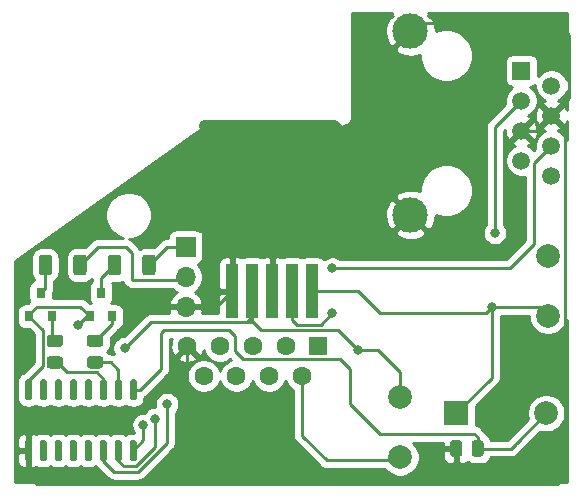
<source format=gbl>
%TF.GenerationSoftware,KiCad,Pcbnew,5.1.9*%
%TF.CreationDate,2021-02-24T23:37:06+01:00*%
%TF.ProjectId,qr_reader,71725f72-6561-4646-9572-2e6b69636164,rev?*%
%TF.SameCoordinates,Original*%
%TF.FileFunction,Copper,L2,Bot*%
%TF.FilePolarity,Positive*%
%FSLAX46Y46*%
G04 Gerber Fmt 4.6, Leading zero omitted, Abs format (unit mm)*
G04 Created by KiCad (PCBNEW 5.1.9) date 2021-02-24 23:37:06*
%MOMM*%
%LPD*%
G01*
G04 APERTURE LIST*
%TA.AperFunction,ComponentPad*%
%ADD10C,1.600000*%
%TD*%
%TA.AperFunction,ComponentPad*%
%ADD11R,1.600000X1.600000*%
%TD*%
%TA.AperFunction,SMDPad,CuDef*%
%ADD12R,10.800000X9.400000*%
%TD*%
%TA.AperFunction,SMDPad,CuDef*%
%ADD13R,1.100000X4.600000*%
%TD*%
%TA.AperFunction,SMDPad,CuDef*%
%ADD14R,0.800000X0.900000*%
%TD*%
%TA.AperFunction,ComponentPad*%
%ADD15C,1.500000*%
%TD*%
%TA.AperFunction,ComponentPad*%
%ADD16C,3.000000*%
%TD*%
%TA.AperFunction,ComponentPad*%
%ADD17R,1.500000X1.500000*%
%TD*%
%TA.AperFunction,ComponentPad*%
%ADD18C,2.000000*%
%TD*%
%TA.AperFunction,ComponentPad*%
%ADD19R,1.700000X1.700000*%
%TD*%
%TA.AperFunction,ComponentPad*%
%ADD20O,1.700000X1.700000*%
%TD*%
%TA.AperFunction,ComponentPad*%
%ADD21R,2.000000X2.000000*%
%TD*%
%TA.AperFunction,ViaPad*%
%ADD22C,0.800000*%
%TD*%
%TA.AperFunction,Conductor*%
%ADD23C,0.250000*%
%TD*%
%TA.AperFunction,Conductor*%
%ADD24C,1.000000*%
%TD*%
%TA.AperFunction,Conductor*%
%ADD25C,0.254000*%
%TD*%
%TA.AperFunction,Conductor*%
%ADD26C,0.100000*%
%TD*%
G04 APERTURE END LIST*
D10*
%TO.P,J2,9*%
%TO.N,Net-(J2-Pad9)*%
X133105000Y-54356000D03*
%TO.P,J2,8*%
%TO.N,Net-(J2-Pad8)*%
X135875000Y-54356000D03*
%TO.P,J2,7*%
%TO.N,Net-(J2-Pad7)*%
X138645000Y-54356000D03*
%TO.P,J2,6*%
%TO.N,+5V*%
X141415000Y-54356000D03*
%TO.P,J2,5*%
%TO.N,GND*%
X131720000Y-51816000D03*
%TO.P,J2,4*%
%TO.N,Net-(J2-Pad4)*%
X134490000Y-51816000D03*
%TO.P,J2,3*%
%TO.N,Net-(J1-Pad3)*%
X137260000Y-51816000D03*
%TO.P,J2,2*%
%TO.N,Net-(J1-Pad6)*%
X140030000Y-51816000D03*
D11*
%TO.P,J2,1*%
%TO.N,Net-(J2-Pad1)*%
X142800000Y-51816000D03*
%TD*%
D12*
%TO.P,U2,3*%
%TO.N,GND*%
X138900000Y-38025000D03*
D13*
%TO.P,U2,5*%
X135500000Y-47175000D03*
%TO.P,U2,4*%
%TO.N,Net-(C2-Pad1)*%
X137200000Y-47175000D03*
%TO.P,U2,3*%
%TO.N,GND*%
X138900000Y-47175000D03*
%TO.P,U2,2*%
%TO.N,Net-(D3-Pad1)*%
X140600000Y-47175000D03*
%TO.P,U2,1*%
%TO.N,+12V*%
X142300000Y-47175000D03*
%TD*%
%TO.P,U1,16*%
%TO.N,Net-(BZ1-Pad2)*%
%TA.AperFunction,SMDPad,CuDef*%
G36*
G01*
X127295000Y-56400000D02*
X126995000Y-56400000D01*
G75*
G02*
X126845000Y-56250000I0J150000D01*
G01*
X126845000Y-54800000D01*
G75*
G02*
X126995000Y-54650000I150000J0D01*
G01*
X127295000Y-54650000D01*
G75*
G02*
X127445000Y-54800000I0J-150000D01*
G01*
X127445000Y-56250000D01*
G75*
G02*
X127295000Y-56400000I-150000J0D01*
G01*
G37*
%TD.AperFunction*%
%TO.P,U1,15*%
%TO.N,Net-(R4-Pad1)*%
%TA.AperFunction,SMDPad,CuDef*%
G36*
G01*
X126025000Y-56400000D02*
X125725000Y-56400000D01*
G75*
G02*
X125575000Y-56250000I0J150000D01*
G01*
X125575000Y-54800000D01*
G75*
G02*
X125725000Y-54650000I150000J0D01*
G01*
X126025000Y-54650000D01*
G75*
G02*
X126175000Y-54800000I0J-150000D01*
G01*
X126175000Y-56250000D01*
G75*
G02*
X126025000Y-56400000I-150000J0D01*
G01*
G37*
%TD.AperFunction*%
%TO.P,U1,14*%
%TO.N,Net-(R5-Pad1)*%
%TA.AperFunction,SMDPad,CuDef*%
G36*
G01*
X124755000Y-56400000D02*
X124455000Y-56400000D01*
G75*
G02*
X124305000Y-56250000I0J150000D01*
G01*
X124305000Y-54800000D01*
G75*
G02*
X124455000Y-54650000I150000J0D01*
G01*
X124755000Y-54650000D01*
G75*
G02*
X124905000Y-54800000I0J-150000D01*
G01*
X124905000Y-56250000D01*
G75*
G02*
X124755000Y-56400000I-150000J0D01*
G01*
G37*
%TD.AperFunction*%
%TO.P,U1,13*%
%TO.N,Net-(U1-Pad13)*%
%TA.AperFunction,SMDPad,CuDef*%
G36*
G01*
X123485000Y-56400000D02*
X123185000Y-56400000D01*
G75*
G02*
X123035000Y-56250000I0J150000D01*
G01*
X123035000Y-54800000D01*
G75*
G02*
X123185000Y-54650000I150000J0D01*
G01*
X123485000Y-54650000D01*
G75*
G02*
X123635000Y-54800000I0J-150000D01*
G01*
X123635000Y-56250000D01*
G75*
G02*
X123485000Y-56400000I-150000J0D01*
G01*
G37*
%TD.AperFunction*%
%TO.P,U1,12*%
%TO.N,Net-(U1-Pad12)*%
%TA.AperFunction,SMDPad,CuDef*%
G36*
G01*
X122215000Y-56400000D02*
X121915000Y-56400000D01*
G75*
G02*
X121765000Y-56250000I0J150000D01*
G01*
X121765000Y-54800000D01*
G75*
G02*
X121915000Y-54650000I150000J0D01*
G01*
X122215000Y-54650000D01*
G75*
G02*
X122365000Y-54800000I0J-150000D01*
G01*
X122365000Y-56250000D01*
G75*
G02*
X122215000Y-56400000I-150000J0D01*
G01*
G37*
%TD.AperFunction*%
%TO.P,U1,11*%
%TO.N,Net-(U1-Pad11)*%
%TA.AperFunction,SMDPad,CuDef*%
G36*
G01*
X120945000Y-56400000D02*
X120645000Y-56400000D01*
G75*
G02*
X120495000Y-56250000I0J150000D01*
G01*
X120495000Y-54800000D01*
G75*
G02*
X120645000Y-54650000I150000J0D01*
G01*
X120945000Y-54650000D01*
G75*
G02*
X121095000Y-54800000I0J-150000D01*
G01*
X121095000Y-56250000D01*
G75*
G02*
X120945000Y-56400000I-150000J0D01*
G01*
G37*
%TD.AperFunction*%
%TO.P,U1,10*%
%TO.N,Net-(U1-Pad10)*%
%TA.AperFunction,SMDPad,CuDef*%
G36*
G01*
X119675000Y-56400000D02*
X119375000Y-56400000D01*
G75*
G02*
X119225000Y-56250000I0J150000D01*
G01*
X119225000Y-54800000D01*
G75*
G02*
X119375000Y-54650000I150000J0D01*
G01*
X119675000Y-54650000D01*
G75*
G02*
X119825000Y-54800000I0J-150000D01*
G01*
X119825000Y-56250000D01*
G75*
G02*
X119675000Y-56400000I-150000J0D01*
G01*
G37*
%TD.AperFunction*%
%TO.P,U1,9*%
%TO.N,+5V*%
%TA.AperFunction,SMDPad,CuDef*%
G36*
G01*
X118405000Y-56400000D02*
X118105000Y-56400000D01*
G75*
G02*
X117955000Y-56250000I0J150000D01*
G01*
X117955000Y-54800000D01*
G75*
G02*
X118105000Y-54650000I150000J0D01*
G01*
X118405000Y-54650000D01*
G75*
G02*
X118555000Y-54800000I0J-150000D01*
G01*
X118555000Y-56250000D01*
G75*
G02*
X118405000Y-56400000I-150000J0D01*
G01*
G37*
%TD.AperFunction*%
%TO.P,U1,8*%
%TO.N,GND*%
%TA.AperFunction,SMDPad,CuDef*%
G36*
G01*
X118405000Y-61550000D02*
X118105000Y-61550000D01*
G75*
G02*
X117955000Y-61400000I0J150000D01*
G01*
X117955000Y-59950000D01*
G75*
G02*
X118105000Y-59800000I150000J0D01*
G01*
X118405000Y-59800000D01*
G75*
G02*
X118555000Y-59950000I0J-150000D01*
G01*
X118555000Y-61400000D01*
G75*
G02*
X118405000Y-61550000I-150000J0D01*
G01*
G37*
%TD.AperFunction*%
%TO.P,U1,7*%
%TO.N,Net-(U1-Pad7)*%
%TA.AperFunction,SMDPad,CuDef*%
G36*
G01*
X119675000Y-61550000D02*
X119375000Y-61550000D01*
G75*
G02*
X119225000Y-61400000I0J150000D01*
G01*
X119225000Y-59950000D01*
G75*
G02*
X119375000Y-59800000I150000J0D01*
G01*
X119675000Y-59800000D01*
G75*
G02*
X119825000Y-59950000I0J-150000D01*
G01*
X119825000Y-61400000D01*
G75*
G02*
X119675000Y-61550000I-150000J0D01*
G01*
G37*
%TD.AperFunction*%
%TO.P,U1,6*%
%TO.N,Net-(U1-Pad6)*%
%TA.AperFunction,SMDPad,CuDef*%
G36*
G01*
X120945000Y-61550000D02*
X120645000Y-61550000D01*
G75*
G02*
X120495000Y-61400000I0J150000D01*
G01*
X120495000Y-59950000D01*
G75*
G02*
X120645000Y-59800000I150000J0D01*
G01*
X120945000Y-59800000D01*
G75*
G02*
X121095000Y-59950000I0J-150000D01*
G01*
X121095000Y-61400000D01*
G75*
G02*
X120945000Y-61550000I-150000J0D01*
G01*
G37*
%TD.AperFunction*%
%TO.P,U1,5*%
%TO.N,Net-(U1-Pad5)*%
%TA.AperFunction,SMDPad,CuDef*%
G36*
G01*
X122215000Y-61550000D02*
X121915000Y-61550000D01*
G75*
G02*
X121765000Y-61400000I0J150000D01*
G01*
X121765000Y-59950000D01*
G75*
G02*
X121915000Y-59800000I150000J0D01*
G01*
X122215000Y-59800000D01*
G75*
G02*
X122365000Y-59950000I0J-150000D01*
G01*
X122365000Y-61400000D01*
G75*
G02*
X122215000Y-61550000I-150000J0D01*
G01*
G37*
%TD.AperFunction*%
%TO.P,U1,4*%
%TO.N,Net-(U1-Pad4)*%
%TA.AperFunction,SMDPad,CuDef*%
G36*
G01*
X123485000Y-61550000D02*
X123185000Y-61550000D01*
G75*
G02*
X123035000Y-61400000I0J150000D01*
G01*
X123035000Y-59950000D01*
G75*
G02*
X123185000Y-59800000I150000J0D01*
G01*
X123485000Y-59800000D01*
G75*
G02*
X123635000Y-59950000I0J-150000D01*
G01*
X123635000Y-61400000D01*
G75*
G02*
X123485000Y-61550000I-150000J0D01*
G01*
G37*
%TD.AperFunction*%
%TO.P,U1,3*%
%TO.N,Net-(J1-Pad1)*%
%TA.AperFunction,SMDPad,CuDef*%
G36*
G01*
X124755000Y-61550000D02*
X124455000Y-61550000D01*
G75*
G02*
X124305000Y-61400000I0J150000D01*
G01*
X124305000Y-59950000D01*
G75*
G02*
X124455000Y-59800000I150000J0D01*
G01*
X124755000Y-59800000D01*
G75*
G02*
X124905000Y-59950000I0J-150000D01*
G01*
X124905000Y-61400000D01*
G75*
G02*
X124755000Y-61550000I-150000J0D01*
G01*
G37*
%TD.AperFunction*%
%TO.P,U1,2*%
%TO.N,Net-(J1-Pad2)*%
%TA.AperFunction,SMDPad,CuDef*%
G36*
G01*
X126025000Y-61550000D02*
X125725000Y-61550000D01*
G75*
G02*
X125575000Y-61400000I0J150000D01*
G01*
X125575000Y-59950000D01*
G75*
G02*
X125725000Y-59800000I150000J0D01*
G01*
X126025000Y-59800000D01*
G75*
G02*
X126175000Y-59950000I0J-150000D01*
G01*
X126175000Y-61400000D01*
G75*
G02*
X126025000Y-61550000I-150000J0D01*
G01*
G37*
%TD.AperFunction*%
%TO.P,U1,1*%
%TO.N,Net-(J1-Pad7)*%
%TA.AperFunction,SMDPad,CuDef*%
G36*
G01*
X127295000Y-61550000D02*
X126995000Y-61550000D01*
G75*
G02*
X126845000Y-61400000I0J150000D01*
G01*
X126845000Y-59950000D01*
G75*
G02*
X126995000Y-59800000I150000J0D01*
G01*
X127295000Y-59800000D01*
G75*
G02*
X127445000Y-59950000I0J-150000D01*
G01*
X127445000Y-61400000D01*
G75*
G02*
X127295000Y-61550000I-150000J0D01*
G01*
G37*
%TD.AperFunction*%
%TD*%
%TO.P,R5,2*%
%TO.N,Net-(Q2-Pad1)*%
%TA.AperFunction,SMDPad,CuDef*%
G36*
G01*
X120950001Y-51900000D02*
X120049999Y-51900000D01*
G75*
G02*
X119800000Y-51650001I0J249999D01*
G01*
X119800000Y-51124999D01*
G75*
G02*
X120049999Y-50875000I249999J0D01*
G01*
X120950001Y-50875000D01*
G75*
G02*
X121200000Y-51124999I0J-249999D01*
G01*
X121200000Y-51650001D01*
G75*
G02*
X120950001Y-51900000I-249999J0D01*
G01*
G37*
%TD.AperFunction*%
%TO.P,R5,1*%
%TO.N,Net-(R5-Pad1)*%
%TA.AperFunction,SMDPad,CuDef*%
G36*
G01*
X120950001Y-53725000D02*
X120049999Y-53725000D01*
G75*
G02*
X119800000Y-53475001I0J249999D01*
G01*
X119800000Y-52949999D01*
G75*
G02*
X120049999Y-52700000I249999J0D01*
G01*
X120950001Y-52700000D01*
G75*
G02*
X121200000Y-52949999I0J-249999D01*
G01*
X121200000Y-53475001D01*
G75*
G02*
X120950001Y-53725000I-249999J0D01*
G01*
G37*
%TD.AperFunction*%
%TD*%
%TO.P,R4,2*%
%TO.N,Net-(Q1-Pad1)*%
%TA.AperFunction,SMDPad,CuDef*%
G36*
G01*
X124350001Y-51900000D02*
X123449999Y-51900000D01*
G75*
G02*
X123200000Y-51650001I0J249999D01*
G01*
X123200000Y-51124999D01*
G75*
G02*
X123449999Y-50875000I249999J0D01*
G01*
X124350001Y-50875000D01*
G75*
G02*
X124600000Y-51124999I0J-249999D01*
G01*
X124600000Y-51650001D01*
G75*
G02*
X124350001Y-51900000I-249999J0D01*
G01*
G37*
%TD.AperFunction*%
%TO.P,R4,1*%
%TO.N,Net-(R4-Pad1)*%
%TA.AperFunction,SMDPad,CuDef*%
G36*
G01*
X124350001Y-53725000D02*
X123449999Y-53725000D01*
G75*
G02*
X123200000Y-53475001I0J249999D01*
G01*
X123200000Y-52949999D01*
G75*
G02*
X123449999Y-52700000I249999J0D01*
G01*
X124350001Y-52700000D01*
G75*
G02*
X124600000Y-52949999I0J-249999D01*
G01*
X124600000Y-53475001D01*
G75*
G02*
X124350001Y-53725000I-249999J0D01*
G01*
G37*
%TD.AperFunction*%
%TD*%
%TO.P,R3,2*%
%TO.N,Net-(BZ1-Pad2)*%
%TA.AperFunction,SMDPad,CuDef*%
G36*
G01*
X155787500Y-60950001D02*
X155787500Y-60049999D01*
G75*
G02*
X156037499Y-59800000I249999J0D01*
G01*
X156562501Y-59800000D01*
G75*
G02*
X156812500Y-60049999I0J-249999D01*
G01*
X156812500Y-60950001D01*
G75*
G02*
X156562501Y-61200000I-249999J0D01*
G01*
X156037499Y-61200000D01*
G75*
G02*
X155787500Y-60950001I0J249999D01*
G01*
G37*
%TD.AperFunction*%
%TO.P,R3,1*%
%TO.N,GND*%
%TA.AperFunction,SMDPad,CuDef*%
G36*
G01*
X153962500Y-60950001D02*
X153962500Y-60049999D01*
G75*
G02*
X154212499Y-59800000I249999J0D01*
G01*
X154737501Y-59800000D01*
G75*
G02*
X154987500Y-60049999I0J-249999D01*
G01*
X154987500Y-60950001D01*
G75*
G02*
X154737501Y-61200000I-249999J0D01*
G01*
X154212499Y-61200000D01*
G75*
G02*
X153962500Y-60950001I0J249999D01*
G01*
G37*
%TD.AperFunction*%
%TD*%
%TO.P,R2,2*%
%TO.N,Net-(D1-Pad2)*%
%TA.AperFunction,SMDPad,CuDef*%
G36*
G01*
X122058000Y-45583001D02*
X122058000Y-44332999D01*
G75*
G02*
X122307999Y-44083000I249999J0D01*
G01*
X122933001Y-44083000D01*
G75*
G02*
X123183000Y-44332999I0J-249999D01*
G01*
X123183000Y-45583001D01*
G75*
G02*
X122933001Y-45833000I-249999J0D01*
G01*
X122307999Y-45833000D01*
G75*
G02*
X122058000Y-45583001I0J249999D01*
G01*
G37*
%TD.AperFunction*%
%TO.P,R2,1*%
%TO.N,Net-(Q2-Pad3)*%
%TA.AperFunction,SMDPad,CuDef*%
G36*
G01*
X119133000Y-45583001D02*
X119133000Y-44332999D01*
G75*
G02*
X119382999Y-44083000I249999J0D01*
G01*
X120008001Y-44083000D01*
G75*
G02*
X120258000Y-44332999I0J-249999D01*
G01*
X120258000Y-45583001D01*
G75*
G02*
X120008001Y-45833000I-249999J0D01*
G01*
X119382999Y-45833000D01*
G75*
G02*
X119133000Y-45583001I0J249999D01*
G01*
G37*
%TD.AperFunction*%
%TD*%
%TO.P,R1,2*%
%TO.N,Net-(D1-Pad1)*%
%TA.AperFunction,SMDPad,CuDef*%
G36*
G01*
X127900000Y-45583001D02*
X127900000Y-44332999D01*
G75*
G02*
X128149999Y-44083000I249999J0D01*
G01*
X128775001Y-44083000D01*
G75*
G02*
X129025000Y-44332999I0J-249999D01*
G01*
X129025000Y-45583001D01*
G75*
G02*
X128775001Y-45833000I-249999J0D01*
G01*
X128149999Y-45833000D01*
G75*
G02*
X127900000Y-45583001I0J249999D01*
G01*
G37*
%TD.AperFunction*%
%TO.P,R1,1*%
%TO.N,Net-(Q1-Pad3)*%
%TA.AperFunction,SMDPad,CuDef*%
G36*
G01*
X124975000Y-45583001D02*
X124975000Y-44332999D01*
G75*
G02*
X125224999Y-44083000I249999J0D01*
G01*
X125850001Y-44083000D01*
G75*
G02*
X126100000Y-44332999I0J-249999D01*
G01*
X126100000Y-45583001D01*
G75*
G02*
X125850001Y-45833000I-249999J0D01*
G01*
X125224999Y-45833000D01*
G75*
G02*
X124975000Y-45583001I0J249999D01*
G01*
G37*
%TD.AperFunction*%
%TD*%
D14*
%TO.P,Q2,3*%
%TO.N,Net-(Q2-Pad3)*%
X119300000Y-47300000D03*
%TO.P,Q2,2*%
%TO.N,+5V*%
X118350000Y-49300000D03*
%TO.P,Q2,1*%
%TO.N,Net-(Q2-Pad1)*%
X120250000Y-49300000D03*
%TD*%
%TO.P,Q1,3*%
%TO.N,Net-(Q1-Pad3)*%
X124400000Y-47300000D03*
%TO.P,Q1,2*%
%TO.N,+5V*%
X123450000Y-49300000D03*
%TO.P,Q1,1*%
%TO.N,Net-(Q1-Pad1)*%
X125350000Y-49300000D03*
%TD*%
D15*
%TO.P,J1,6*%
%TO.N,Net-(J1-Pad6)*%
X162540000Y-34850000D03*
%TO.P,J1,8*%
%TO.N,Net-(F1-Pad2)*%
X162540000Y-37390000D03*
D16*
%TO.P,J1,SH*%
%TO.N,GND*%
X150600000Y-25175000D03*
D15*
%TO.P,J1,2*%
%TO.N,Net-(J1-Pad2)*%
X162540000Y-29770000D03*
D17*
%TO.P,J1,1*%
%TO.N,Net-(J1-Pad1)*%
X160000000Y-28500000D03*
D15*
%TO.P,J1,7*%
%TO.N,Net-(J1-Pad7)*%
X160000000Y-36120000D03*
%TO.P,J1,4*%
%TO.N,GND*%
X162540000Y-32310000D03*
%TO.P,J1,5*%
X160000000Y-33580000D03*
%TO.P,J1,3*%
%TO.N,Net-(J1-Pad3)*%
X160000000Y-31040000D03*
D16*
%TO.P,J1,SH*%
%TO.N,GND*%
X150600000Y-40715000D03*
%TD*%
D18*
%TO.P,F2,2*%
%TO.N,Net-(C2-Pad1)*%
X149760000Y-56170000D03*
%TO.P,F2,1*%
%TO.N,+5V*%
X149750000Y-61250000D03*
%TD*%
%TO.P,F1,2*%
%TO.N,Net-(F1-Pad2)*%
X162260000Y-44170000D03*
%TO.P,F1,1*%
%TO.N,+12V*%
X162250000Y-49250000D03*
%TD*%
D19*
%TO.P,D1,1*%
%TO.N,Net-(D1-Pad1)*%
X131572000Y-43434000D03*
D20*
%TO.P,D1,2*%
%TO.N,Net-(D1-Pad2)*%
X131572000Y-45974000D03*
%TO.P,D1,3*%
%TO.N,GND*%
X131572000Y-48514000D03*
%TD*%
D18*
%TO.P,BZ1,2*%
%TO.N,Net-(BZ1-Pad2)*%
X162100000Y-57500000D03*
D21*
%TO.P,BZ1,1*%
%TO.N,+12V*%
X154500000Y-57500000D03*
%TD*%
D22*
%TO.N,GND*%
X139000000Y-34750000D03*
X141000000Y-38000000D03*
X141000000Y-36250000D03*
X137000000Y-38000000D03*
X137000000Y-36500000D03*
X134250000Y-36500000D03*
X134250000Y-39250000D03*
X134750000Y-41000000D03*
X138000000Y-41750000D03*
X140750000Y-41750000D03*
X143750000Y-41750000D03*
X143750000Y-39000000D03*
X143750000Y-36250000D03*
X143750000Y-34000000D03*
X140750000Y-34000000D03*
X137000000Y-34000000D03*
X134250000Y-34000000D03*
%TO.N,+12V*%
X157500000Y-48500000D03*
%TO.N,Net-(C2-Pad1)*%
X146125000Y-52125000D03*
X126411000Y-51989000D03*
%TO.N,Net-(D3-Pad1)*%
X144000000Y-49000000D03*
%TO.N,+5V*%
X122500000Y-50000000D03*
%TO.N,Net-(J1-Pad6)*%
X144000000Y-45250000D03*
%TO.N,Net-(J1-Pad2)*%
X129000000Y-58000000D03*
%TO.N,Net-(J1-Pad1)*%
X130000000Y-56750000D03*
%TO.N,Net-(J1-Pad7)*%
X128000000Y-58500000D03*
%TO.N,Net-(J1-Pad3)*%
X157750000Y-42250000D03*
%TD*%
D23*
%TO.N,Net-(BZ1-Pad2)*%
X156300000Y-60450000D02*
X156300000Y-60000000D01*
X127145000Y-55525000D02*
X127725000Y-55525000D01*
X129500000Y-53750000D02*
X129500000Y-50750000D01*
X127725000Y-55525000D02*
X129500000Y-53750000D01*
X129500000Y-50750000D02*
X129775001Y-50474999D01*
X129775001Y-50474999D02*
X135224999Y-50474999D01*
X135224999Y-50474999D02*
X135750000Y-51000000D01*
X135750000Y-51000000D02*
X135750000Y-52269998D01*
X136421003Y-52941001D02*
X144635001Y-52941001D01*
X135750000Y-52269998D02*
X136421003Y-52941001D01*
X145500000Y-53806000D02*
X145500000Y-55160000D01*
X144635001Y-52941001D02*
X145500000Y-53806000D01*
X145500000Y-54750000D02*
X145500000Y-55160000D01*
X159600000Y-60000000D02*
X162100000Y-57500000D01*
X156300000Y-59550000D02*
X156300000Y-60500000D01*
X156000000Y-59250000D02*
X156300000Y-59550000D01*
X148000000Y-59250000D02*
X156000000Y-59250000D01*
X145500000Y-56750000D02*
X148000000Y-59250000D01*
X145500000Y-55160000D02*
X145500000Y-56750000D01*
X159100000Y-60500000D02*
X162100000Y-57500000D01*
X156300000Y-60500000D02*
X159100000Y-60500000D01*
%TO.N,+12V*%
X142300000Y-47175000D02*
X146175000Y-47175000D01*
X146175000Y-47175000D02*
X148000000Y-49000000D01*
X157000000Y-49000000D02*
X157500000Y-48500000D01*
X157500000Y-48500000D02*
X157500000Y-48500000D01*
X148000000Y-49000000D02*
X148500000Y-49000000D01*
X148500000Y-49000000D02*
X157000000Y-49000000D01*
X161500000Y-48500000D02*
X162250000Y-49250000D01*
X157500000Y-48500000D02*
X161500000Y-48500000D01*
X157500000Y-54500000D02*
X157500000Y-53000000D01*
X154500000Y-57500000D02*
X157500000Y-54500000D01*
X157500000Y-53000000D02*
X157500000Y-53750000D01*
X157500000Y-48500000D02*
X157500000Y-53000000D01*
%TO.N,GND*%
X161270000Y-33580000D02*
X162540000Y-32310000D01*
X160000000Y-33580000D02*
X161270000Y-33580000D01*
X162540000Y-32310000D02*
X164000000Y-30850000D01*
X164000000Y-30850000D02*
X164000000Y-25500000D01*
X164000000Y-25500000D02*
X163000000Y-24500000D01*
X151275000Y-24500000D02*
X150600000Y-25175000D01*
X163000000Y-24500000D02*
X151275000Y-24500000D01*
X138900000Y-47175000D02*
X138900000Y-38025000D01*
X134205000Y-42720000D02*
X138900000Y-38025000D01*
X162540000Y-32310000D02*
X163730000Y-33500000D01*
X163730000Y-33500000D02*
X163730000Y-58270000D01*
X163730000Y-62770000D02*
X163500000Y-63000000D01*
X163730000Y-58270000D02*
X163730000Y-62770000D01*
X118255000Y-62255000D02*
X118255000Y-60675000D01*
X131720000Y-57220000D02*
X137500000Y-63000000D01*
X131720000Y-51600000D02*
X131720000Y-57220000D01*
X118255000Y-60675000D02*
X118255000Y-62755000D01*
X118255000Y-62755000D02*
X119000000Y-63500000D01*
X163000000Y-63500000D02*
X163730000Y-62770000D01*
X137500000Y-63000000D02*
X138000000Y-63500000D01*
X119000000Y-63500000D02*
X138000000Y-63500000D01*
X135500000Y-41425000D02*
X138900000Y-38025000D01*
X135500000Y-47175000D02*
X135500000Y-41425000D01*
X134161000Y-48514000D02*
X135500000Y-47175000D01*
X131572000Y-48514000D02*
X134161000Y-48514000D01*
D24*
X144500000Y-38050000D02*
X144475000Y-38025000D01*
X144500000Y-43000000D02*
X144500000Y-38050000D01*
X133500000Y-43000000D02*
X144500000Y-43000000D01*
X144475000Y-38025000D02*
X138900000Y-38025000D01*
X133500000Y-33750000D02*
X133500000Y-43000000D01*
X144475000Y-38025000D02*
X144475000Y-33525000D01*
X144475000Y-33525000D02*
X144175010Y-33225010D01*
X144175010Y-33225010D02*
X133250000Y-33225010D01*
D23*
X154475000Y-63475000D02*
X154500000Y-63500000D01*
X154475000Y-60000000D02*
X154475000Y-63475000D01*
X154500000Y-63500000D02*
X163000000Y-63500000D01*
X138000000Y-63500000D02*
X154500000Y-63500000D01*
%TO.N,Net-(C2-Pad1)*%
X137200000Y-49300000D02*
X137200000Y-47175000D01*
X137949999Y-50474999D02*
X144474999Y-50474999D01*
X137200000Y-49725000D02*
X137949999Y-50474999D01*
X137200000Y-47175000D02*
X137200000Y-49725000D01*
X144474999Y-50474999D02*
X146125000Y-52125000D01*
X137200000Y-49725000D02*
X137124999Y-49800001D01*
X137200000Y-49400002D02*
X136800001Y-49800001D01*
X137200000Y-47175000D02*
X137200000Y-49400002D01*
X137124999Y-49800001D02*
X136800001Y-49800001D01*
X128599999Y-49800001D02*
X126411000Y-51989000D01*
X136800001Y-49800001D02*
X128599999Y-49800001D01*
X149760000Y-56170000D02*
X149760000Y-54010000D01*
X147875000Y-52125000D02*
X146125000Y-52125000D01*
X149760000Y-54010000D02*
X147875000Y-52125000D01*
%TO.N,Net-(D1-Pad2)*%
X122620500Y-44958000D02*
X124144500Y-43434000D01*
X124144500Y-43434000D02*
X126492000Y-43434000D01*
X126492000Y-43434000D02*
X127000000Y-43942000D01*
X127000000Y-43942000D02*
X127000000Y-46228000D01*
X131318000Y-46228000D02*
X131572000Y-45974000D01*
X127000000Y-46228000D02*
X131318000Y-46228000D01*
%TO.N,Net-(D1-Pad1)*%
X128462500Y-44958000D02*
X129986500Y-43434000D01*
X129986500Y-43434000D02*
X131572000Y-43434000D01*
%TO.N,Net-(D3-Pad1)*%
X140600000Y-47175000D02*
X140600000Y-49600000D01*
X140600000Y-49600000D02*
X141000000Y-50000000D01*
X141000000Y-50000000D02*
X143000000Y-50000000D01*
X143000000Y-50000000D02*
X144000000Y-49000000D01*
X144000000Y-49000000D02*
X144000000Y-49000000D01*
%TO.N,+5V*%
X141415000Y-54440000D02*
X141415000Y-59415000D01*
X141415000Y-59415000D02*
X143500000Y-61500000D01*
X118350000Y-49300000D02*
X118350000Y-49150000D01*
X118350000Y-49150000D02*
X119000000Y-48500000D01*
X122650000Y-48500000D02*
X123450000Y-49300000D01*
X119000000Y-48500000D02*
X122650000Y-48500000D01*
X118255000Y-54745000D02*
X118255000Y-55525000D01*
X119474990Y-50474990D02*
X119474990Y-53525010D01*
X118350000Y-49350000D02*
X119474990Y-50474990D01*
X119474990Y-53525010D02*
X118255000Y-54745000D01*
X118350000Y-49300000D02*
X118350000Y-49350000D01*
X123450000Y-49300000D02*
X123200000Y-49300000D01*
X123200000Y-49300000D02*
X122500000Y-50000000D01*
X122500000Y-50000000D02*
X122500000Y-50000000D01*
X122500000Y-50000000D02*
X122500000Y-50000000D01*
X149500000Y-61500000D02*
X149750000Y-61250000D01*
X143500000Y-61500000D02*
X149500000Y-61500000D01*
%TO.N,Net-(J1-Pad6)*%
X161075001Y-36314999D02*
X162540000Y-34850000D01*
X161075001Y-43174999D02*
X161075001Y-36314999D01*
X159000000Y-45250000D02*
X161075001Y-43174999D01*
X144000000Y-45250000D02*
X159000000Y-45250000D01*
%TO.N,Net-(J1-Pad2)*%
X125875000Y-61550000D02*
X126325000Y-62000000D01*
X125875000Y-60675000D02*
X125875000Y-61550000D01*
X127366768Y-62000000D02*
X129000000Y-60366768D01*
X126325000Y-62000000D02*
X127366768Y-62000000D01*
X129000000Y-60366768D02*
X129000000Y-58000000D01*
%TO.N,Net-(J1-Pad1)*%
X127553169Y-62450009D02*
X130000000Y-60003178D01*
X125505009Y-62450009D02*
X127553169Y-62450009D01*
X124605000Y-61550000D02*
X125505009Y-62450009D01*
X124605000Y-60675000D02*
X124605000Y-61550000D01*
X130000000Y-60003178D02*
X130000000Y-58500000D01*
X130000000Y-58500000D02*
X130000000Y-58500000D01*
X130000000Y-58500000D02*
X130000000Y-57000000D01*
X130000000Y-57000000D02*
X130000000Y-56750000D01*
X130000000Y-56750000D02*
X130000000Y-56750000D01*
%TO.N,Net-(J1-Pad7)*%
X127145000Y-60675000D02*
X128000000Y-59820000D01*
X128000000Y-59820000D02*
X128000000Y-58500000D01*
X128000000Y-58500000D02*
X128000000Y-58500000D01*
%TO.N,Net-(J1-Pad3)*%
X157750000Y-33290000D02*
X160000000Y-31040000D01*
X157750000Y-42250000D02*
X157750000Y-33290000D01*
%TO.N,Net-(Q1-Pad3)*%
X124500000Y-47200000D02*
X124400000Y-47300000D01*
X124400000Y-46095500D02*
X125537500Y-44958000D01*
X124400000Y-47300000D02*
X124400000Y-46095500D01*
%TO.N,Net-(Q1-Pad1)*%
X125350000Y-49937500D02*
X123900000Y-51387500D01*
X125350000Y-49300000D02*
X125350000Y-49937500D01*
%TO.N,Net-(Q2-Pad3)*%
X119500000Y-47100000D02*
X119300000Y-47300000D01*
X119695500Y-46904500D02*
X119300000Y-47300000D01*
X119695500Y-44958000D02*
X119695500Y-46904500D01*
%TO.N,Net-(Q2-Pad1)*%
X120250000Y-51137500D02*
X120500000Y-51387500D01*
X120250000Y-49300000D02*
X120250000Y-51137500D01*
%TO.N,Net-(R4-Pad1)*%
X123900000Y-53212500D02*
X125212500Y-53212500D01*
X125875000Y-53875000D02*
X125875000Y-55525000D01*
X125212500Y-53212500D02*
X125875000Y-53875000D01*
%TO.N,Net-(R5-Pad1)*%
X120500000Y-53212500D02*
X120712500Y-53212500D01*
X120712500Y-53212500D02*
X121550010Y-54050010D01*
X121550010Y-54050010D02*
X124050010Y-54050010D01*
X124605000Y-54605000D02*
X124605000Y-55525000D01*
X124050010Y-54050010D02*
X124605000Y-54605000D01*
%TD*%
D25*
%TO.N,GND*%
X148993653Y-23748261D02*
X149108345Y-23862953D01*
X148792786Y-24018962D01*
X148601980Y-24393745D01*
X148487956Y-24798551D01*
X148455098Y-25217824D01*
X148504666Y-25635451D01*
X148634757Y-26035383D01*
X148792786Y-26331038D01*
X149108347Y-26487048D01*
X150420395Y-25175000D01*
X150406253Y-25160858D01*
X150585858Y-24981253D01*
X150600000Y-24995395D01*
X150614143Y-24981253D01*
X150793748Y-25160858D01*
X150779605Y-25175000D01*
X150793748Y-25189143D01*
X150614143Y-25368748D01*
X150600000Y-25354605D01*
X149287952Y-26666653D01*
X149443962Y-26982214D01*
X149818745Y-27173020D01*
X150223551Y-27287044D01*
X150642824Y-27319902D01*
X151060451Y-27270334D01*
X151390000Y-27163137D01*
X151390000Y-27452591D01*
X151476851Y-27889218D01*
X151647214Y-28300511D01*
X151894544Y-28670666D01*
X152209334Y-28985456D01*
X152579489Y-29232786D01*
X152990782Y-29403149D01*
X153427409Y-29490000D01*
X153872591Y-29490000D01*
X154309218Y-29403149D01*
X154720511Y-29232786D01*
X155090666Y-28985456D01*
X155405456Y-28670666D01*
X155652786Y-28300511D01*
X155823149Y-27889218D01*
X155910000Y-27452591D01*
X155910000Y-27007409D01*
X155823149Y-26570782D01*
X155652786Y-26159489D01*
X155405456Y-25789334D01*
X155090666Y-25474544D01*
X154720511Y-25227214D01*
X154309218Y-25056851D01*
X153872591Y-24970000D01*
X153427409Y-24970000D01*
X152990782Y-25056851D01*
X152742754Y-25159588D01*
X152744902Y-25132176D01*
X152695334Y-24714549D01*
X152565243Y-24314617D01*
X152407214Y-24018962D01*
X152091655Y-23862953D01*
X152206347Y-23748261D01*
X152118086Y-23660000D01*
X163840001Y-23660000D01*
X163840000Y-24532418D01*
X163840001Y-24532428D01*
X163840001Y-29289301D01*
X163767371Y-29113957D01*
X163615799Y-28887114D01*
X163422886Y-28694201D01*
X163196043Y-28542629D01*
X162943989Y-28438225D01*
X162676411Y-28385000D01*
X162403589Y-28385000D01*
X162136011Y-28438225D01*
X161883957Y-28542629D01*
X161657114Y-28694201D01*
X161464201Y-28887114D01*
X161388072Y-29001049D01*
X161388072Y-27750000D01*
X161375812Y-27625518D01*
X161339502Y-27505820D01*
X161280537Y-27395506D01*
X161201185Y-27298815D01*
X161104494Y-27219463D01*
X160994180Y-27160498D01*
X160874482Y-27124188D01*
X160750000Y-27111928D01*
X159250000Y-27111928D01*
X159125518Y-27124188D01*
X159005820Y-27160498D01*
X158895506Y-27219463D01*
X158798815Y-27298815D01*
X158719463Y-27395506D01*
X158660498Y-27505820D01*
X158624188Y-27625518D01*
X158611928Y-27750000D01*
X158611928Y-29250000D01*
X158624188Y-29374482D01*
X158660498Y-29494180D01*
X158719463Y-29604494D01*
X158798815Y-29701185D01*
X158895506Y-29780537D01*
X159005820Y-29839502D01*
X159125518Y-29875812D01*
X159233483Y-29886445D01*
X159117114Y-29964201D01*
X158924201Y-30157114D01*
X158772629Y-30383957D01*
X158668225Y-30636011D01*
X158615000Y-30903589D01*
X158615000Y-31176411D01*
X158643833Y-31321365D01*
X157238998Y-32726201D01*
X157210000Y-32749999D01*
X157186202Y-32778997D01*
X157186201Y-32778998D01*
X157115026Y-32865724D01*
X157044454Y-32997754D01*
X157000998Y-33141015D01*
X156986324Y-33290000D01*
X156990001Y-33327332D01*
X156990000Y-41546289D01*
X156946063Y-41590226D01*
X156832795Y-41759744D01*
X156754774Y-41948102D01*
X156715000Y-42148061D01*
X156715000Y-42351939D01*
X156754774Y-42551898D01*
X156832795Y-42740256D01*
X156946063Y-42909774D01*
X157090226Y-43053937D01*
X157259744Y-43167205D01*
X157448102Y-43245226D01*
X157648061Y-43285000D01*
X157851939Y-43285000D01*
X158051898Y-43245226D01*
X158240256Y-43167205D01*
X158409774Y-43053937D01*
X158553937Y-42909774D01*
X158667205Y-42740256D01*
X158745226Y-42551898D01*
X158785000Y-42351939D01*
X158785000Y-42148061D01*
X158745226Y-41948102D01*
X158667205Y-41759744D01*
X158553937Y-41590226D01*
X158510000Y-41546289D01*
X158510000Y-33604801D01*
X158617334Y-33497468D01*
X158610188Y-33652492D01*
X158651035Y-33922238D01*
X158743723Y-34178832D01*
X158804140Y-34291863D01*
X159043007Y-34357388D01*
X159820395Y-33580000D01*
X160179605Y-33580000D01*
X160956993Y-34357388D01*
X161195860Y-34291863D01*
X161311760Y-34044884D01*
X161377250Y-33780040D01*
X161389812Y-33507508D01*
X161348965Y-33237762D01*
X161256277Y-32981168D01*
X161195860Y-32868137D01*
X160956993Y-32802612D01*
X160179605Y-33580000D01*
X159820395Y-33580000D01*
X159806253Y-33565858D01*
X159985858Y-33386253D01*
X160000000Y-33400395D01*
X160777388Y-32623007D01*
X160711863Y-32384140D01*
X160708352Y-32382492D01*
X161150188Y-32382492D01*
X161191035Y-32652238D01*
X161283723Y-32908832D01*
X161344140Y-33021863D01*
X161583007Y-33087388D01*
X162360395Y-32310000D01*
X161583007Y-31532612D01*
X161344140Y-31598137D01*
X161228240Y-31845116D01*
X161162750Y-32109960D01*
X161150188Y-32382492D01*
X160708352Y-32382492D01*
X160553523Y-32309836D01*
X160656043Y-32267371D01*
X160882886Y-32115799D01*
X161075799Y-31922886D01*
X161227371Y-31696043D01*
X161331775Y-31443989D01*
X161385000Y-31176411D01*
X161385000Y-30903589D01*
X161331775Y-30636011D01*
X161227371Y-30383957D01*
X161075799Y-30157114D01*
X160882886Y-29964201D01*
X160766517Y-29886445D01*
X160874482Y-29875812D01*
X160994180Y-29839502D01*
X161104494Y-29780537D01*
X161155000Y-29739088D01*
X161155000Y-29906411D01*
X161208225Y-30173989D01*
X161312629Y-30426043D01*
X161464201Y-30652886D01*
X161657114Y-30845799D01*
X161883957Y-30997371D01*
X161983279Y-31038511D01*
X161941168Y-31053723D01*
X161828137Y-31114140D01*
X161762612Y-31353007D01*
X162540000Y-32130395D01*
X163317388Y-31353007D01*
X163251863Y-31114140D01*
X163093523Y-31039836D01*
X163196043Y-30997371D01*
X163422886Y-30845799D01*
X163615799Y-30652886D01*
X163767371Y-30426043D01*
X163840001Y-30250699D01*
X163840001Y-31832211D01*
X163796277Y-31711168D01*
X163735860Y-31598137D01*
X163496993Y-31532612D01*
X162719605Y-32310000D01*
X163496993Y-33087388D01*
X163735860Y-33021863D01*
X163840001Y-32799942D01*
X163840001Y-34369301D01*
X163767371Y-34193957D01*
X163615799Y-33967114D01*
X163422886Y-33774201D01*
X163196043Y-33622629D01*
X163096721Y-33581489D01*
X163138832Y-33566277D01*
X163251863Y-33505860D01*
X163317388Y-33266993D01*
X162540000Y-32489605D01*
X161762612Y-33266993D01*
X161828137Y-33505860D01*
X161986477Y-33580164D01*
X161883957Y-33622629D01*
X161657114Y-33774201D01*
X161464201Y-33967114D01*
X161312629Y-34193957D01*
X161208225Y-34446011D01*
X161155000Y-34713589D01*
X161155000Y-34986411D01*
X161183833Y-35131365D01*
X161076714Y-35238484D01*
X161075799Y-35237114D01*
X160882886Y-35044201D01*
X160656043Y-34892629D01*
X160556721Y-34851489D01*
X160598832Y-34836277D01*
X160711863Y-34775860D01*
X160777388Y-34536993D01*
X160000000Y-33759605D01*
X159222612Y-34536993D01*
X159288137Y-34775860D01*
X159446477Y-34850164D01*
X159343957Y-34892629D01*
X159117114Y-35044201D01*
X158924201Y-35237114D01*
X158772629Y-35463957D01*
X158668225Y-35716011D01*
X158615000Y-35983589D01*
X158615000Y-36256411D01*
X158668225Y-36523989D01*
X158772629Y-36776043D01*
X158924201Y-37002886D01*
X159117114Y-37195799D01*
X159343957Y-37347371D01*
X159596011Y-37451775D01*
X159863589Y-37505000D01*
X160136411Y-37505000D01*
X160315002Y-37469476D01*
X160315001Y-42860197D01*
X158685199Y-44490000D01*
X144703711Y-44490000D01*
X144659774Y-44446063D01*
X144490256Y-44332795D01*
X144301898Y-44254774D01*
X144101939Y-44215000D01*
X143898061Y-44215000D01*
X143698102Y-44254774D01*
X143509744Y-44332795D01*
X143340226Y-44446063D01*
X143328811Y-44457478D01*
X143301185Y-44423815D01*
X143204494Y-44344463D01*
X143094180Y-44285498D01*
X142974482Y-44249188D01*
X142850000Y-44236928D01*
X141750000Y-44236928D01*
X141625518Y-44249188D01*
X141505820Y-44285498D01*
X141450000Y-44315335D01*
X141394180Y-44285498D01*
X141274482Y-44249188D01*
X141150000Y-44236928D01*
X140050000Y-44236928D01*
X139925518Y-44249188D01*
X139805820Y-44285498D01*
X139750000Y-44315335D01*
X139694180Y-44285498D01*
X139574482Y-44249188D01*
X139450000Y-44236928D01*
X139185750Y-44240000D01*
X139027000Y-44398750D01*
X139027000Y-47048000D01*
X139047000Y-47048000D01*
X139047000Y-47302000D01*
X139027000Y-47302000D01*
X139027000Y-47322000D01*
X138773000Y-47322000D01*
X138773000Y-47302000D01*
X138753000Y-47302000D01*
X138753000Y-47048000D01*
X138773000Y-47048000D01*
X138773000Y-44398750D01*
X138614250Y-44240000D01*
X138350000Y-44236928D01*
X138225518Y-44249188D01*
X138105820Y-44285498D01*
X138050000Y-44315335D01*
X137994180Y-44285498D01*
X137874482Y-44249188D01*
X137750000Y-44236928D01*
X136650000Y-44236928D01*
X136525518Y-44249188D01*
X136405820Y-44285498D01*
X136350000Y-44315335D01*
X136294180Y-44285498D01*
X136174482Y-44249188D01*
X136050000Y-44236928D01*
X135785750Y-44240000D01*
X135627000Y-44398750D01*
X135627000Y-47048000D01*
X135647000Y-47048000D01*
X135647000Y-47302000D01*
X135627000Y-47302000D01*
X135627000Y-47322000D01*
X135373000Y-47322000D01*
X135373000Y-47302000D01*
X134473750Y-47302000D01*
X134315000Y-47460750D01*
X134312591Y-49040001D01*
X132958393Y-49040001D01*
X132968825Y-49018099D01*
X133013476Y-48870890D01*
X132892155Y-48641000D01*
X131699000Y-48641000D01*
X131699000Y-48661000D01*
X131445000Y-48661000D01*
X131445000Y-48641000D01*
X130251845Y-48641000D01*
X130130524Y-48870890D01*
X130175175Y-49018099D01*
X130185607Y-49040001D01*
X128637321Y-49040001D01*
X128599998Y-49036325D01*
X128562675Y-49040001D01*
X128562666Y-49040001D01*
X128451013Y-49050998D01*
X128307752Y-49094455D01*
X128175722Y-49165027D01*
X128131871Y-49201015D01*
X128059998Y-49260000D01*
X128036200Y-49288998D01*
X126371199Y-50954000D01*
X126309061Y-50954000D01*
X126109102Y-50993774D01*
X125920744Y-51071795D01*
X125751226Y-51185063D01*
X125607063Y-51329226D01*
X125493795Y-51498744D01*
X125415774Y-51687102D01*
X125376000Y-51887061D01*
X125376000Y-52090939D01*
X125415774Y-52290898D01*
X125493795Y-52479256D01*
X125516500Y-52513236D01*
X125504747Y-52506954D01*
X125361486Y-52463497D01*
X125249833Y-52452500D01*
X125249822Y-52452500D01*
X125212500Y-52448824D01*
X125175178Y-52452500D01*
X125085030Y-52452500D01*
X124977962Y-52322038D01*
X124951109Y-52300000D01*
X124977962Y-52277962D01*
X125088405Y-52143387D01*
X125170472Y-51989851D01*
X125221008Y-51823255D01*
X125238072Y-51650001D01*
X125238072Y-51124999D01*
X125238003Y-51124299D01*
X125861003Y-50501299D01*
X125890001Y-50477501D01*
X125984974Y-50361776D01*
X125997960Y-50337482D01*
X126104494Y-50280537D01*
X126201185Y-50201185D01*
X126280537Y-50104494D01*
X126339502Y-49994180D01*
X126375812Y-49874482D01*
X126388072Y-49750000D01*
X126388072Y-48850000D01*
X126375812Y-48725518D01*
X126339502Y-48605820D01*
X126280537Y-48495506D01*
X126201185Y-48398815D01*
X126104494Y-48319463D01*
X125994180Y-48260498D01*
X125874482Y-48224188D01*
X125750000Y-48211928D01*
X125238095Y-48211928D01*
X125251185Y-48201185D01*
X125330537Y-48104494D01*
X125389502Y-47994180D01*
X125425812Y-47874482D01*
X125438072Y-47750000D01*
X125438072Y-46850000D01*
X125425812Y-46725518D01*
X125389502Y-46605820D01*
X125330537Y-46495506D01*
X125310485Y-46471072D01*
X125850001Y-46471072D01*
X126023255Y-46454008D01*
X126189851Y-46403472D01*
X126250417Y-46371099D01*
X126250997Y-46376986D01*
X126294454Y-46520247D01*
X126365026Y-46652276D01*
X126459999Y-46768001D01*
X126575724Y-46862974D01*
X126707753Y-46933546D01*
X126851014Y-46977003D01*
X126962667Y-46988000D01*
X127000000Y-46991677D01*
X127037333Y-46988000D01*
X130485893Y-46988000D01*
X130625368Y-47127475D01*
X130807534Y-47249195D01*
X130690645Y-47318822D01*
X130474412Y-47513731D01*
X130300359Y-47747080D01*
X130175175Y-48009901D01*
X130130524Y-48157110D01*
X130251845Y-48387000D01*
X131445000Y-48387000D01*
X131445000Y-48367000D01*
X131699000Y-48367000D01*
X131699000Y-48387000D01*
X132892155Y-48387000D01*
X133013476Y-48157110D01*
X132968825Y-48009901D01*
X132843641Y-47747080D01*
X132669588Y-47513731D01*
X132453355Y-47318822D01*
X132336466Y-47249195D01*
X132518632Y-47127475D01*
X132725475Y-46920632D01*
X132887990Y-46677411D01*
X132999932Y-46407158D01*
X133057000Y-46120260D01*
X133057000Y-45827740D01*
X132999932Y-45540842D01*
X132887990Y-45270589D01*
X132725475Y-45027368D01*
X132593620Y-44895513D01*
X132661241Y-44875000D01*
X134311928Y-44875000D01*
X134315000Y-46889250D01*
X134473750Y-47048000D01*
X135373000Y-47048000D01*
X135373000Y-44398750D01*
X135214250Y-44240000D01*
X134950000Y-44236928D01*
X134825518Y-44249188D01*
X134705820Y-44285498D01*
X134595506Y-44344463D01*
X134498815Y-44423815D01*
X134419463Y-44520506D01*
X134360498Y-44630820D01*
X134324188Y-44750518D01*
X134311928Y-44875000D01*
X132661241Y-44875000D01*
X132666180Y-44873502D01*
X132776494Y-44814537D01*
X132873185Y-44735185D01*
X132952537Y-44638494D01*
X133011502Y-44528180D01*
X133047812Y-44408482D01*
X133060072Y-44284000D01*
X133060072Y-43185423D01*
X133145506Y-43255537D01*
X133255820Y-43314502D01*
X133375518Y-43350812D01*
X133500000Y-43363072D01*
X138614250Y-43360000D01*
X138773000Y-43201250D01*
X138773000Y-38152000D01*
X139027000Y-38152000D01*
X139027000Y-43201250D01*
X139185750Y-43360000D01*
X144300000Y-43363072D01*
X144424482Y-43350812D01*
X144544180Y-43314502D01*
X144654494Y-43255537D01*
X144751185Y-43176185D01*
X144830537Y-43079494D01*
X144889502Y-42969180D01*
X144925812Y-42849482D01*
X144938072Y-42725000D01*
X144937712Y-42206653D01*
X149287952Y-42206653D01*
X149443962Y-42522214D01*
X149818745Y-42713020D01*
X150223551Y-42827044D01*
X150642824Y-42859902D01*
X151060451Y-42810334D01*
X151460383Y-42680243D01*
X151756038Y-42522214D01*
X151912048Y-42206653D01*
X150600000Y-40894605D01*
X149287952Y-42206653D01*
X144937712Y-42206653D01*
X144936703Y-40757824D01*
X148455098Y-40757824D01*
X148504666Y-41175451D01*
X148634757Y-41575383D01*
X148792786Y-41871038D01*
X149108347Y-42027048D01*
X150420395Y-40715000D01*
X149108347Y-39402952D01*
X148792786Y-39558962D01*
X148601980Y-39933745D01*
X148487956Y-40338551D01*
X148455098Y-40757824D01*
X144936703Y-40757824D01*
X144935636Y-39223347D01*
X149287952Y-39223347D01*
X150600000Y-40535395D01*
X150614143Y-40521253D01*
X150793748Y-40700858D01*
X150779605Y-40715000D01*
X152091653Y-42027048D01*
X152407214Y-41871038D01*
X152598020Y-41496255D01*
X152712044Y-41091449D01*
X152740414Y-40729443D01*
X152990782Y-40833149D01*
X153427409Y-40920000D01*
X153872591Y-40920000D01*
X154309218Y-40833149D01*
X154720511Y-40662786D01*
X155090666Y-40415456D01*
X155405456Y-40100666D01*
X155652786Y-39730511D01*
X155823149Y-39319218D01*
X155910000Y-38882591D01*
X155910000Y-38437409D01*
X155823149Y-38000782D01*
X155652786Y-37589489D01*
X155405456Y-37219334D01*
X155090666Y-36904544D01*
X154720511Y-36657214D01*
X154309218Y-36486851D01*
X153872591Y-36400000D01*
X153427409Y-36400000D01*
X152990782Y-36486851D01*
X152579489Y-36657214D01*
X152209334Y-36904544D01*
X151894544Y-37219334D01*
X151647214Y-37589489D01*
X151476851Y-38000782D01*
X151390000Y-38437409D01*
X151390000Y-38721432D01*
X151381255Y-38716980D01*
X150976449Y-38602956D01*
X150557176Y-38570098D01*
X150139549Y-38619666D01*
X149739617Y-38749757D01*
X149443962Y-38907786D01*
X149287952Y-39223347D01*
X144935636Y-39223347D01*
X144935000Y-38310750D01*
X144776250Y-38152000D01*
X139027000Y-38152000D01*
X138773000Y-38152000D01*
X133023750Y-38152000D01*
X132865000Y-38310750D01*
X132862346Y-42123920D01*
X132776494Y-42053463D01*
X132666180Y-41994498D01*
X132546482Y-41958188D01*
X132422000Y-41945928D01*
X130722000Y-41945928D01*
X130597518Y-41958188D01*
X130477820Y-41994498D01*
X130367506Y-42053463D01*
X130270815Y-42132815D01*
X130191463Y-42229506D01*
X130132498Y-42339820D01*
X130096188Y-42459518D01*
X130083928Y-42584000D01*
X130083928Y-42674000D01*
X130023822Y-42674000D01*
X129986499Y-42670324D01*
X129949176Y-42674000D01*
X129949167Y-42674000D01*
X129837514Y-42684997D01*
X129694253Y-42728454D01*
X129562224Y-42799026D01*
X129562222Y-42799027D01*
X129562223Y-42799027D01*
X129475496Y-42870201D01*
X129475492Y-42870205D01*
X129446499Y-42893999D01*
X129422705Y-42922992D01*
X128889493Y-43456204D01*
X128775001Y-43444928D01*
X128149999Y-43444928D01*
X127976745Y-43461992D01*
X127810149Y-43512528D01*
X127671741Y-43586509D01*
X127634974Y-43517724D01*
X127540001Y-43401999D01*
X127511003Y-43378202D01*
X127055803Y-42923002D01*
X127032001Y-42893999D01*
X126916276Y-42799026D01*
X126796494Y-42735000D01*
X126945505Y-42735000D01*
X127329003Y-42658718D01*
X127690250Y-42509085D01*
X128015364Y-42291851D01*
X128291851Y-42015364D01*
X128509085Y-41690250D01*
X128658718Y-41329003D01*
X128735000Y-40945505D01*
X128735000Y-40554495D01*
X128658718Y-40170997D01*
X128509085Y-39809750D01*
X128291851Y-39484636D01*
X128015364Y-39208149D01*
X127690250Y-38990915D01*
X127329003Y-38841282D01*
X126945505Y-38765000D01*
X126554495Y-38765000D01*
X126170997Y-38841282D01*
X125809750Y-38990915D01*
X125484636Y-39208149D01*
X125208149Y-39484636D01*
X124990915Y-39809750D01*
X124841282Y-40170997D01*
X124765000Y-40554495D01*
X124765000Y-40945505D01*
X124841282Y-41329003D01*
X124990915Y-41690250D01*
X125208149Y-42015364D01*
X125484636Y-42291851D01*
X125809750Y-42509085D01*
X126170997Y-42658718D01*
X126247825Y-42674000D01*
X124181822Y-42674000D01*
X124144499Y-42670324D01*
X124107176Y-42674000D01*
X124107167Y-42674000D01*
X123995514Y-42684997D01*
X123852253Y-42728454D01*
X123720224Y-42799026D01*
X123720222Y-42799027D01*
X123720223Y-42799027D01*
X123633496Y-42870201D01*
X123633492Y-42870205D01*
X123604499Y-42893999D01*
X123580705Y-42922992D01*
X123047493Y-43456204D01*
X122933001Y-43444928D01*
X122307999Y-43444928D01*
X122134745Y-43461992D01*
X121968149Y-43512528D01*
X121814613Y-43594595D01*
X121680038Y-43705038D01*
X121569595Y-43839613D01*
X121487528Y-43993149D01*
X121436992Y-44159745D01*
X121419928Y-44332999D01*
X121419928Y-45583001D01*
X121436992Y-45756255D01*
X121487528Y-45922851D01*
X121569595Y-46076387D01*
X121680038Y-46210962D01*
X121814613Y-46321405D01*
X121968149Y-46403472D01*
X122134745Y-46454008D01*
X122307999Y-46471072D01*
X122933001Y-46471072D01*
X123106255Y-46454008D01*
X123272851Y-46403472D01*
X123426387Y-46321405D01*
X123560962Y-46210962D01*
X123638402Y-46116601D01*
X123640001Y-46132832D01*
X123640001Y-46323981D01*
X123548815Y-46398815D01*
X123469463Y-46495506D01*
X123410498Y-46605820D01*
X123374188Y-46725518D01*
X123361928Y-46850000D01*
X123361928Y-47750000D01*
X123374188Y-47874482D01*
X123410498Y-47994180D01*
X123469463Y-48104494D01*
X123548815Y-48201185D01*
X123561905Y-48211928D01*
X123436729Y-48211928D01*
X123213803Y-47989002D01*
X123190001Y-47959999D01*
X123074276Y-47865026D01*
X122942247Y-47794454D01*
X122798986Y-47750997D01*
X122687333Y-47740000D01*
X122687322Y-47740000D01*
X122650000Y-47736324D01*
X122612678Y-47740000D01*
X120338072Y-47740000D01*
X120338072Y-47314561D01*
X120401046Y-47196747D01*
X120444503Y-47053486D01*
X120455500Y-46941833D01*
X120455500Y-46941824D01*
X120459176Y-46904501D01*
X120455500Y-46867178D01*
X120455500Y-46345932D01*
X120501387Y-46321405D01*
X120635962Y-46210962D01*
X120746405Y-46076387D01*
X120828472Y-45922851D01*
X120879008Y-45756255D01*
X120896072Y-45583001D01*
X120896072Y-44332999D01*
X120879008Y-44159745D01*
X120828472Y-43993149D01*
X120746405Y-43839613D01*
X120635962Y-43705038D01*
X120501387Y-43594595D01*
X120347851Y-43512528D01*
X120181255Y-43461992D01*
X120008001Y-43444928D01*
X119382999Y-43444928D01*
X119209745Y-43461992D01*
X119043149Y-43512528D01*
X118889613Y-43594595D01*
X118755038Y-43705038D01*
X118644595Y-43839613D01*
X118562528Y-43993149D01*
X118511992Y-44159745D01*
X118494928Y-44332999D01*
X118494928Y-45583001D01*
X118511992Y-45756255D01*
X118562528Y-45922851D01*
X118644595Y-46076387D01*
X118755038Y-46210962D01*
X118772332Y-46225155D01*
X118655820Y-46260498D01*
X118545506Y-46319463D01*
X118448815Y-46398815D01*
X118369463Y-46495506D01*
X118310498Y-46605820D01*
X118274188Y-46725518D01*
X118261928Y-46850000D01*
X118261928Y-47750000D01*
X118274188Y-47874482D01*
X118310498Y-47994180D01*
X118352479Y-48072719D01*
X118213270Y-48211928D01*
X117950000Y-48211928D01*
X117825518Y-48224188D01*
X117705820Y-48260498D01*
X117595506Y-48319463D01*
X117498815Y-48398815D01*
X117419463Y-48495506D01*
X117360498Y-48605820D01*
X117324188Y-48725518D01*
X117311928Y-48850000D01*
X117311928Y-49750000D01*
X117324188Y-49874482D01*
X117360498Y-49994180D01*
X117419463Y-50104494D01*
X117498815Y-50201185D01*
X117595506Y-50280537D01*
X117705820Y-50339502D01*
X117825518Y-50375812D01*
X117950000Y-50388072D01*
X118313271Y-50388072D01*
X118714990Y-50789792D01*
X118714991Y-53210207D01*
X117874995Y-54050204D01*
X117803418Y-54071916D01*
X117667171Y-54144742D01*
X117547749Y-54242749D01*
X117449742Y-54362171D01*
X117376916Y-54498418D01*
X117332071Y-54646255D01*
X117316928Y-54800000D01*
X117316928Y-56250000D01*
X117332071Y-56403745D01*
X117376916Y-56551582D01*
X117449742Y-56687829D01*
X117547749Y-56807251D01*
X117667171Y-56905258D01*
X117803418Y-56978084D01*
X117951255Y-57022929D01*
X118105000Y-57038072D01*
X118405000Y-57038072D01*
X118558745Y-57022929D01*
X118706582Y-56978084D01*
X118842829Y-56905258D01*
X118890000Y-56866546D01*
X118937171Y-56905258D01*
X119073418Y-56978084D01*
X119221255Y-57022929D01*
X119375000Y-57038072D01*
X119675000Y-57038072D01*
X119828745Y-57022929D01*
X119976582Y-56978084D01*
X120112829Y-56905258D01*
X120160000Y-56866546D01*
X120207171Y-56905258D01*
X120343418Y-56978084D01*
X120491255Y-57022929D01*
X120645000Y-57038072D01*
X120945000Y-57038072D01*
X121098745Y-57022929D01*
X121246582Y-56978084D01*
X121382829Y-56905258D01*
X121430000Y-56866546D01*
X121477171Y-56905258D01*
X121613418Y-56978084D01*
X121761255Y-57022929D01*
X121915000Y-57038072D01*
X122215000Y-57038072D01*
X122368745Y-57022929D01*
X122516582Y-56978084D01*
X122652829Y-56905258D01*
X122700000Y-56866546D01*
X122747171Y-56905258D01*
X122883418Y-56978084D01*
X123031255Y-57022929D01*
X123185000Y-57038072D01*
X123485000Y-57038072D01*
X123638745Y-57022929D01*
X123786582Y-56978084D01*
X123922829Y-56905258D01*
X123970000Y-56866546D01*
X124017171Y-56905258D01*
X124153418Y-56978084D01*
X124301255Y-57022929D01*
X124455000Y-57038072D01*
X124755000Y-57038072D01*
X124908745Y-57022929D01*
X125056582Y-56978084D01*
X125192829Y-56905258D01*
X125240000Y-56866546D01*
X125287171Y-56905258D01*
X125423418Y-56978084D01*
X125571255Y-57022929D01*
X125725000Y-57038072D01*
X126025000Y-57038072D01*
X126178745Y-57022929D01*
X126326582Y-56978084D01*
X126462829Y-56905258D01*
X126510000Y-56866546D01*
X126557171Y-56905258D01*
X126693418Y-56978084D01*
X126841255Y-57022929D01*
X126995000Y-57038072D01*
X127295000Y-57038072D01*
X127448745Y-57022929D01*
X127596582Y-56978084D01*
X127732829Y-56905258D01*
X127852251Y-56807251D01*
X127950258Y-56687829D01*
X128023084Y-56551582D01*
X128067929Y-56403745D01*
X128083072Y-56250000D01*
X128083072Y-56195361D01*
X128149276Y-56159974D01*
X128265001Y-56065001D01*
X128288804Y-56035997D01*
X130011004Y-54313798D01*
X130040001Y-54290001D01*
X130078780Y-54242749D01*
X130134974Y-54174277D01*
X130205546Y-54042247D01*
X130207437Y-54036014D01*
X130249003Y-53898986D01*
X130260000Y-53787333D01*
X130260000Y-53787324D01*
X130263676Y-53750001D01*
X130260000Y-53712678D01*
X130260000Y-52808702D01*
X130906903Y-52808702D01*
X130978486Y-53052671D01*
X131233996Y-53173571D01*
X131508184Y-53242300D01*
X131790512Y-53256217D01*
X132070130Y-53214787D01*
X132336292Y-53119603D01*
X132461514Y-53052671D01*
X132533097Y-52808702D01*
X131720000Y-51995605D01*
X130906903Y-52808702D01*
X130260000Y-52808702D01*
X130260000Y-51234999D01*
X130407379Y-51234999D01*
X130362429Y-51329996D01*
X130293700Y-51604184D01*
X130279783Y-51886512D01*
X130321213Y-52166130D01*
X130416397Y-52432292D01*
X130483329Y-52557514D01*
X130727298Y-52629097D01*
X131540395Y-51816000D01*
X131526253Y-51801858D01*
X131705858Y-51622253D01*
X131720000Y-51636395D01*
X131734143Y-51622253D01*
X131913748Y-51801858D01*
X131899605Y-51816000D01*
X132712702Y-52629097D01*
X132956671Y-52557514D01*
X133077571Y-52302004D01*
X133103212Y-52199711D01*
X133110147Y-52234574D01*
X133218320Y-52495727D01*
X133375363Y-52730759D01*
X133575241Y-52930637D01*
X133810273Y-53087680D01*
X134071426Y-53195853D01*
X134348665Y-53251000D01*
X134631335Y-53251000D01*
X134908574Y-53195853D01*
X135169727Y-53087680D01*
X135363444Y-52958243D01*
X135403338Y-52998137D01*
X135195273Y-53084320D01*
X134960241Y-53241363D01*
X134760363Y-53441241D01*
X134603320Y-53676273D01*
X134495147Y-53937426D01*
X134490000Y-53963301D01*
X134484853Y-53937426D01*
X134376680Y-53676273D01*
X134219637Y-53441241D01*
X134019759Y-53241363D01*
X133784727Y-53084320D01*
X133523574Y-52976147D01*
X133246335Y-52921000D01*
X132963665Y-52921000D01*
X132686426Y-52976147D01*
X132425273Y-53084320D01*
X132190241Y-53241363D01*
X131990363Y-53441241D01*
X131833320Y-53676273D01*
X131725147Y-53937426D01*
X131670000Y-54214665D01*
X131670000Y-54497335D01*
X131725147Y-54774574D01*
X131833320Y-55035727D01*
X131990363Y-55270759D01*
X132190241Y-55470637D01*
X132425273Y-55627680D01*
X132686426Y-55735853D01*
X132963665Y-55791000D01*
X133246335Y-55791000D01*
X133523574Y-55735853D01*
X133784727Y-55627680D01*
X134019759Y-55470637D01*
X134219637Y-55270759D01*
X134376680Y-55035727D01*
X134484853Y-54774574D01*
X134490000Y-54748699D01*
X134495147Y-54774574D01*
X134603320Y-55035727D01*
X134760363Y-55270759D01*
X134960241Y-55470637D01*
X135195273Y-55627680D01*
X135456426Y-55735853D01*
X135733665Y-55791000D01*
X136016335Y-55791000D01*
X136293574Y-55735853D01*
X136554727Y-55627680D01*
X136789759Y-55470637D01*
X136989637Y-55270759D01*
X137146680Y-55035727D01*
X137254853Y-54774574D01*
X137260000Y-54748699D01*
X137265147Y-54774574D01*
X137373320Y-55035727D01*
X137530363Y-55270759D01*
X137730241Y-55470637D01*
X137965273Y-55627680D01*
X138226426Y-55735853D01*
X138503665Y-55791000D01*
X138786335Y-55791000D01*
X139063574Y-55735853D01*
X139324727Y-55627680D01*
X139559759Y-55470637D01*
X139759637Y-55270759D01*
X139916680Y-55035727D01*
X140024853Y-54774574D01*
X140030000Y-54748699D01*
X140035147Y-54774574D01*
X140143320Y-55035727D01*
X140300363Y-55270759D01*
X140500241Y-55470637D01*
X140655000Y-55574044D01*
X140655001Y-59377668D01*
X140651324Y-59415000D01*
X140655001Y-59452333D01*
X140665998Y-59563986D01*
X140679180Y-59607442D01*
X140709454Y-59707246D01*
X140780026Y-59839276D01*
X140817530Y-59884974D01*
X140875000Y-59955001D01*
X140903998Y-59978799D01*
X142936201Y-62011003D01*
X142959999Y-62040001D01*
X143075724Y-62134974D01*
X143207753Y-62205546D01*
X143351014Y-62249003D01*
X143462667Y-62260000D01*
X143462676Y-62260000D01*
X143499999Y-62263676D01*
X143537322Y-62260000D01*
X148458463Y-62260000D01*
X148480013Y-62292252D01*
X148707748Y-62519987D01*
X148975537Y-62698918D01*
X149273088Y-62822168D01*
X149588967Y-62885000D01*
X149911033Y-62885000D01*
X150226912Y-62822168D01*
X150524463Y-62698918D01*
X150792252Y-62519987D01*
X151019987Y-62292252D01*
X151198918Y-62024463D01*
X151322168Y-61726912D01*
X151385000Y-61411033D01*
X151385000Y-61200000D01*
X153324428Y-61200000D01*
X153336688Y-61324482D01*
X153372998Y-61444180D01*
X153431963Y-61554494D01*
X153511315Y-61651185D01*
X153608006Y-61730537D01*
X153718320Y-61789502D01*
X153838018Y-61825812D01*
X153962500Y-61838072D01*
X154189250Y-61835000D01*
X154348000Y-61676250D01*
X154348000Y-60627000D01*
X153486250Y-60627000D01*
X153327500Y-60785750D01*
X153324428Y-61200000D01*
X151385000Y-61200000D01*
X151385000Y-61088967D01*
X151322168Y-60773088D01*
X151198918Y-60475537D01*
X151019987Y-60207748D01*
X150822239Y-60010000D01*
X153325985Y-60010000D01*
X153327500Y-60214250D01*
X153486250Y-60373000D01*
X154348000Y-60373000D01*
X154348000Y-60353000D01*
X154602000Y-60353000D01*
X154602000Y-60373000D01*
X154622000Y-60373000D01*
X154622000Y-60627000D01*
X154602000Y-60627000D01*
X154602000Y-61676250D01*
X154760750Y-61835000D01*
X154987500Y-61838072D01*
X155111982Y-61825812D01*
X155231680Y-61789502D01*
X155341994Y-61730537D01*
X155438685Y-61651185D01*
X155462863Y-61621724D01*
X155544113Y-61688405D01*
X155697649Y-61770472D01*
X155864245Y-61821008D01*
X156037499Y-61838072D01*
X156562501Y-61838072D01*
X156735755Y-61821008D01*
X156902351Y-61770472D01*
X157055887Y-61688405D01*
X157190462Y-61577962D01*
X157300905Y-61443387D01*
X157382972Y-61289851D01*
X157392027Y-61260000D01*
X159062678Y-61260000D01*
X159100000Y-61263676D01*
X159137322Y-61260000D01*
X159137333Y-61260000D01*
X159248986Y-61249003D01*
X159392247Y-61205546D01*
X159524276Y-61134974D01*
X159640001Y-61040001D01*
X159663804Y-61010997D01*
X161608625Y-59066177D01*
X161623088Y-59072168D01*
X161938967Y-59135000D01*
X162261033Y-59135000D01*
X162576912Y-59072168D01*
X162874463Y-58948918D01*
X163142252Y-58769987D01*
X163369987Y-58542252D01*
X163548918Y-58274463D01*
X163672168Y-57976912D01*
X163735000Y-57661033D01*
X163735000Y-57338967D01*
X163672168Y-57023088D01*
X163548918Y-56725537D01*
X163369987Y-56457748D01*
X163142252Y-56230013D01*
X162874463Y-56051082D01*
X162576912Y-55927832D01*
X162261033Y-55865000D01*
X161938967Y-55865000D01*
X161623088Y-55927832D01*
X161325537Y-56051082D01*
X161057748Y-56230013D01*
X160830013Y-56457748D01*
X160651082Y-56725537D01*
X160527832Y-57023088D01*
X160465000Y-57338967D01*
X160465000Y-57661033D01*
X160527832Y-57976912D01*
X160533823Y-57991375D01*
X158785199Y-59740000D01*
X157392027Y-59740000D01*
X157382972Y-59710149D01*
X157300905Y-59556613D01*
X157190462Y-59422038D01*
X157055887Y-59311595D01*
X157015297Y-59289899D01*
X157005546Y-59257753D01*
X156934974Y-59125724D01*
X156840001Y-59009999D01*
X156810998Y-58986197D01*
X156563804Y-58739003D01*
X156540001Y-58709999D01*
X156424276Y-58615026D01*
X156292247Y-58544454D01*
X156148986Y-58500997D01*
X156138072Y-58499922D01*
X156138072Y-56936729D01*
X158011004Y-55063798D01*
X158040001Y-55040001D01*
X158134974Y-54924276D01*
X158205546Y-54792247D01*
X158249003Y-54648986D01*
X158260000Y-54537333D01*
X158260000Y-54537325D01*
X158263676Y-54500000D01*
X158260000Y-54462675D01*
X158260000Y-49260000D01*
X160615000Y-49260000D01*
X160615000Y-49411033D01*
X160677832Y-49726912D01*
X160801082Y-50024463D01*
X160980013Y-50292252D01*
X161207748Y-50519987D01*
X161475537Y-50698918D01*
X161773088Y-50822168D01*
X162088967Y-50885000D01*
X162411033Y-50885000D01*
X162726912Y-50822168D01*
X163024463Y-50698918D01*
X163292252Y-50519987D01*
X163519987Y-50292252D01*
X163698918Y-50024463D01*
X163822168Y-49726912D01*
X163840000Y-49637262D01*
X163840000Y-63340000D01*
X117160000Y-63340000D01*
X117160000Y-61550000D01*
X117316928Y-61550000D01*
X117329188Y-61674482D01*
X117365498Y-61794180D01*
X117424463Y-61904494D01*
X117503815Y-62001185D01*
X117600506Y-62080537D01*
X117710820Y-62139502D01*
X117830518Y-62175812D01*
X117955000Y-62188072D01*
X117969250Y-62185000D01*
X118128000Y-62026250D01*
X118128000Y-60802000D01*
X117478750Y-60802000D01*
X117320000Y-60960750D01*
X117316928Y-61550000D01*
X117160000Y-61550000D01*
X117160000Y-59800000D01*
X117316928Y-59800000D01*
X117320000Y-60389250D01*
X117478750Y-60548000D01*
X118128000Y-60548000D01*
X118128000Y-59323750D01*
X118382000Y-59323750D01*
X118382000Y-60548000D01*
X118402000Y-60548000D01*
X118402000Y-60802000D01*
X118382000Y-60802000D01*
X118382000Y-62026250D01*
X118540750Y-62185000D01*
X118555000Y-62188072D01*
X118679482Y-62175812D01*
X118799180Y-62139502D01*
X118909494Y-62080537D01*
X118939064Y-62056270D01*
X119073418Y-62128084D01*
X119221255Y-62172929D01*
X119375000Y-62188072D01*
X119675000Y-62188072D01*
X119828745Y-62172929D01*
X119976582Y-62128084D01*
X120112829Y-62055258D01*
X120160000Y-62016546D01*
X120207171Y-62055258D01*
X120343418Y-62128084D01*
X120491255Y-62172929D01*
X120645000Y-62188072D01*
X120945000Y-62188072D01*
X121098745Y-62172929D01*
X121246582Y-62128084D01*
X121382829Y-62055258D01*
X121430000Y-62016546D01*
X121477171Y-62055258D01*
X121613418Y-62128084D01*
X121761255Y-62172929D01*
X121915000Y-62188072D01*
X122215000Y-62188072D01*
X122368745Y-62172929D01*
X122516582Y-62128084D01*
X122652829Y-62055258D01*
X122700000Y-62016546D01*
X122747171Y-62055258D01*
X122883418Y-62128084D01*
X123031255Y-62172929D01*
X123185000Y-62188072D01*
X123485000Y-62188072D01*
X123638745Y-62172929D01*
X123786582Y-62128084D01*
X123922829Y-62055258D01*
X123970000Y-62016546D01*
X124017171Y-62055258D01*
X124051582Y-62073651D01*
X124065000Y-62090001D01*
X124093998Y-62113799D01*
X124941210Y-62961012D01*
X124965008Y-62990010D01*
X124994006Y-63013808D01*
X125080732Y-63084983D01*
X125212762Y-63155555D01*
X125356023Y-63199012D01*
X125467676Y-63210009D01*
X125467686Y-63210009D01*
X125505009Y-63213685D01*
X125542332Y-63210009D01*
X127515847Y-63210009D01*
X127553169Y-63213685D01*
X127590491Y-63210009D01*
X127590502Y-63210009D01*
X127702155Y-63199012D01*
X127845416Y-63155555D01*
X127977445Y-63084983D01*
X128093170Y-62990010D01*
X128116973Y-62961006D01*
X130511004Y-60566976D01*
X130540001Y-60543179D01*
X130634974Y-60427454D01*
X130705546Y-60295425D01*
X130749003Y-60152164D01*
X130760000Y-60040511D01*
X130760000Y-60040510D01*
X130763677Y-60003178D01*
X130760000Y-59965845D01*
X130760000Y-58537332D01*
X130763677Y-58500000D01*
X130760000Y-58462667D01*
X130760000Y-57453711D01*
X130803937Y-57409774D01*
X130917205Y-57240256D01*
X130995226Y-57051898D01*
X131035000Y-56851939D01*
X131035000Y-56648061D01*
X130995226Y-56448102D01*
X130917205Y-56259744D01*
X130803937Y-56090226D01*
X130659774Y-55946063D01*
X130490256Y-55832795D01*
X130301898Y-55754774D01*
X130101939Y-55715000D01*
X129898061Y-55715000D01*
X129698102Y-55754774D01*
X129509744Y-55832795D01*
X129340226Y-55946063D01*
X129196063Y-56090226D01*
X129082795Y-56259744D01*
X129004774Y-56448102D01*
X128965000Y-56648061D01*
X128965000Y-56851939D01*
X128987489Y-56965000D01*
X128898061Y-56965000D01*
X128698102Y-57004774D01*
X128509744Y-57082795D01*
X128340226Y-57196063D01*
X128196063Y-57340226D01*
X128111430Y-57466888D01*
X128101939Y-57465000D01*
X127898061Y-57465000D01*
X127698102Y-57504774D01*
X127509744Y-57582795D01*
X127340226Y-57696063D01*
X127196063Y-57840226D01*
X127082795Y-58009744D01*
X127004774Y-58198102D01*
X126965000Y-58398061D01*
X126965000Y-58601939D01*
X127004774Y-58801898D01*
X127082795Y-58990256D01*
X127196063Y-59159774D01*
X127198217Y-59161928D01*
X126995000Y-59161928D01*
X126841255Y-59177071D01*
X126693418Y-59221916D01*
X126557171Y-59294742D01*
X126510000Y-59333454D01*
X126462829Y-59294742D01*
X126326582Y-59221916D01*
X126178745Y-59177071D01*
X126025000Y-59161928D01*
X125725000Y-59161928D01*
X125571255Y-59177071D01*
X125423418Y-59221916D01*
X125287171Y-59294742D01*
X125240000Y-59333454D01*
X125192829Y-59294742D01*
X125056582Y-59221916D01*
X124908745Y-59177071D01*
X124755000Y-59161928D01*
X124455000Y-59161928D01*
X124301255Y-59177071D01*
X124153418Y-59221916D01*
X124017171Y-59294742D01*
X123970000Y-59333454D01*
X123922829Y-59294742D01*
X123786582Y-59221916D01*
X123638745Y-59177071D01*
X123485000Y-59161928D01*
X123185000Y-59161928D01*
X123031255Y-59177071D01*
X122883418Y-59221916D01*
X122747171Y-59294742D01*
X122700000Y-59333454D01*
X122652829Y-59294742D01*
X122516582Y-59221916D01*
X122368745Y-59177071D01*
X122215000Y-59161928D01*
X121915000Y-59161928D01*
X121761255Y-59177071D01*
X121613418Y-59221916D01*
X121477171Y-59294742D01*
X121430000Y-59333454D01*
X121382829Y-59294742D01*
X121246582Y-59221916D01*
X121098745Y-59177071D01*
X120945000Y-59161928D01*
X120645000Y-59161928D01*
X120491255Y-59177071D01*
X120343418Y-59221916D01*
X120207171Y-59294742D01*
X120160000Y-59333454D01*
X120112829Y-59294742D01*
X119976582Y-59221916D01*
X119828745Y-59177071D01*
X119675000Y-59161928D01*
X119375000Y-59161928D01*
X119221255Y-59177071D01*
X119073418Y-59221916D01*
X118939064Y-59293730D01*
X118909494Y-59269463D01*
X118799180Y-59210498D01*
X118679482Y-59174188D01*
X118555000Y-59161928D01*
X118540750Y-59165000D01*
X118382000Y-59323750D01*
X118128000Y-59323750D01*
X117969250Y-59165000D01*
X117955000Y-59161928D01*
X117830518Y-59174188D01*
X117710820Y-59210498D01*
X117600506Y-59269463D01*
X117503815Y-59348815D01*
X117424463Y-59445506D01*
X117365498Y-59555820D01*
X117329188Y-59675518D01*
X117316928Y-59800000D01*
X117160000Y-59800000D01*
X117160000Y-44590246D01*
X132861986Y-33408529D01*
X132865000Y-37739250D01*
X133023750Y-37898000D01*
X138773000Y-37898000D01*
X138773000Y-37878000D01*
X139027000Y-37878000D01*
X139027000Y-37898000D01*
X144776250Y-37898000D01*
X144935000Y-37739250D01*
X144938072Y-33325000D01*
X144925812Y-33200518D01*
X144913521Y-33160000D01*
X144967581Y-33160000D01*
X145000000Y-33163193D01*
X145032419Y-33160000D01*
X145129383Y-33150450D01*
X145253793Y-33112710D01*
X145368450Y-33051425D01*
X145468948Y-32968948D01*
X145551425Y-32868450D01*
X145612710Y-32753793D01*
X145650450Y-32629383D01*
X145663193Y-32500000D01*
X145660000Y-32467581D01*
X145660000Y-23660000D01*
X149081914Y-23660000D01*
X148993653Y-23748261D01*
%TA.AperFunction,Conductor*%
D26*
G36*
X148993653Y-23748261D02*
G01*
X149108345Y-23862953D01*
X148792786Y-24018962D01*
X148601980Y-24393745D01*
X148487956Y-24798551D01*
X148455098Y-25217824D01*
X148504666Y-25635451D01*
X148634757Y-26035383D01*
X148792786Y-26331038D01*
X149108347Y-26487048D01*
X150420395Y-25175000D01*
X150406253Y-25160858D01*
X150585858Y-24981253D01*
X150600000Y-24995395D01*
X150614143Y-24981253D01*
X150793748Y-25160858D01*
X150779605Y-25175000D01*
X150793748Y-25189143D01*
X150614143Y-25368748D01*
X150600000Y-25354605D01*
X149287952Y-26666653D01*
X149443962Y-26982214D01*
X149818745Y-27173020D01*
X150223551Y-27287044D01*
X150642824Y-27319902D01*
X151060451Y-27270334D01*
X151390000Y-27163137D01*
X151390000Y-27452591D01*
X151476851Y-27889218D01*
X151647214Y-28300511D01*
X151894544Y-28670666D01*
X152209334Y-28985456D01*
X152579489Y-29232786D01*
X152990782Y-29403149D01*
X153427409Y-29490000D01*
X153872591Y-29490000D01*
X154309218Y-29403149D01*
X154720511Y-29232786D01*
X155090666Y-28985456D01*
X155405456Y-28670666D01*
X155652786Y-28300511D01*
X155823149Y-27889218D01*
X155910000Y-27452591D01*
X155910000Y-27007409D01*
X155823149Y-26570782D01*
X155652786Y-26159489D01*
X155405456Y-25789334D01*
X155090666Y-25474544D01*
X154720511Y-25227214D01*
X154309218Y-25056851D01*
X153872591Y-24970000D01*
X153427409Y-24970000D01*
X152990782Y-25056851D01*
X152742754Y-25159588D01*
X152744902Y-25132176D01*
X152695334Y-24714549D01*
X152565243Y-24314617D01*
X152407214Y-24018962D01*
X152091655Y-23862953D01*
X152206347Y-23748261D01*
X152118086Y-23660000D01*
X163840001Y-23660000D01*
X163840000Y-24532418D01*
X163840001Y-24532428D01*
X163840001Y-29289301D01*
X163767371Y-29113957D01*
X163615799Y-28887114D01*
X163422886Y-28694201D01*
X163196043Y-28542629D01*
X162943989Y-28438225D01*
X162676411Y-28385000D01*
X162403589Y-28385000D01*
X162136011Y-28438225D01*
X161883957Y-28542629D01*
X161657114Y-28694201D01*
X161464201Y-28887114D01*
X161388072Y-29001049D01*
X161388072Y-27750000D01*
X161375812Y-27625518D01*
X161339502Y-27505820D01*
X161280537Y-27395506D01*
X161201185Y-27298815D01*
X161104494Y-27219463D01*
X160994180Y-27160498D01*
X160874482Y-27124188D01*
X160750000Y-27111928D01*
X159250000Y-27111928D01*
X159125518Y-27124188D01*
X159005820Y-27160498D01*
X158895506Y-27219463D01*
X158798815Y-27298815D01*
X158719463Y-27395506D01*
X158660498Y-27505820D01*
X158624188Y-27625518D01*
X158611928Y-27750000D01*
X158611928Y-29250000D01*
X158624188Y-29374482D01*
X158660498Y-29494180D01*
X158719463Y-29604494D01*
X158798815Y-29701185D01*
X158895506Y-29780537D01*
X159005820Y-29839502D01*
X159125518Y-29875812D01*
X159233483Y-29886445D01*
X159117114Y-29964201D01*
X158924201Y-30157114D01*
X158772629Y-30383957D01*
X158668225Y-30636011D01*
X158615000Y-30903589D01*
X158615000Y-31176411D01*
X158643833Y-31321365D01*
X157238998Y-32726201D01*
X157210000Y-32749999D01*
X157186202Y-32778997D01*
X157186201Y-32778998D01*
X157115026Y-32865724D01*
X157044454Y-32997754D01*
X157000998Y-33141015D01*
X156986324Y-33290000D01*
X156990001Y-33327332D01*
X156990000Y-41546289D01*
X156946063Y-41590226D01*
X156832795Y-41759744D01*
X156754774Y-41948102D01*
X156715000Y-42148061D01*
X156715000Y-42351939D01*
X156754774Y-42551898D01*
X156832795Y-42740256D01*
X156946063Y-42909774D01*
X157090226Y-43053937D01*
X157259744Y-43167205D01*
X157448102Y-43245226D01*
X157648061Y-43285000D01*
X157851939Y-43285000D01*
X158051898Y-43245226D01*
X158240256Y-43167205D01*
X158409774Y-43053937D01*
X158553937Y-42909774D01*
X158667205Y-42740256D01*
X158745226Y-42551898D01*
X158785000Y-42351939D01*
X158785000Y-42148061D01*
X158745226Y-41948102D01*
X158667205Y-41759744D01*
X158553937Y-41590226D01*
X158510000Y-41546289D01*
X158510000Y-33604801D01*
X158617334Y-33497468D01*
X158610188Y-33652492D01*
X158651035Y-33922238D01*
X158743723Y-34178832D01*
X158804140Y-34291863D01*
X159043007Y-34357388D01*
X159820395Y-33580000D01*
X160179605Y-33580000D01*
X160956993Y-34357388D01*
X161195860Y-34291863D01*
X161311760Y-34044884D01*
X161377250Y-33780040D01*
X161389812Y-33507508D01*
X161348965Y-33237762D01*
X161256277Y-32981168D01*
X161195860Y-32868137D01*
X160956993Y-32802612D01*
X160179605Y-33580000D01*
X159820395Y-33580000D01*
X159806253Y-33565858D01*
X159985858Y-33386253D01*
X160000000Y-33400395D01*
X160777388Y-32623007D01*
X160711863Y-32384140D01*
X160708352Y-32382492D01*
X161150188Y-32382492D01*
X161191035Y-32652238D01*
X161283723Y-32908832D01*
X161344140Y-33021863D01*
X161583007Y-33087388D01*
X162360395Y-32310000D01*
X161583007Y-31532612D01*
X161344140Y-31598137D01*
X161228240Y-31845116D01*
X161162750Y-32109960D01*
X161150188Y-32382492D01*
X160708352Y-32382492D01*
X160553523Y-32309836D01*
X160656043Y-32267371D01*
X160882886Y-32115799D01*
X161075799Y-31922886D01*
X161227371Y-31696043D01*
X161331775Y-31443989D01*
X161385000Y-31176411D01*
X161385000Y-30903589D01*
X161331775Y-30636011D01*
X161227371Y-30383957D01*
X161075799Y-30157114D01*
X160882886Y-29964201D01*
X160766517Y-29886445D01*
X160874482Y-29875812D01*
X160994180Y-29839502D01*
X161104494Y-29780537D01*
X161155000Y-29739088D01*
X161155000Y-29906411D01*
X161208225Y-30173989D01*
X161312629Y-30426043D01*
X161464201Y-30652886D01*
X161657114Y-30845799D01*
X161883957Y-30997371D01*
X161983279Y-31038511D01*
X161941168Y-31053723D01*
X161828137Y-31114140D01*
X161762612Y-31353007D01*
X162540000Y-32130395D01*
X163317388Y-31353007D01*
X163251863Y-31114140D01*
X163093523Y-31039836D01*
X163196043Y-30997371D01*
X163422886Y-30845799D01*
X163615799Y-30652886D01*
X163767371Y-30426043D01*
X163840001Y-30250699D01*
X163840001Y-31832211D01*
X163796277Y-31711168D01*
X163735860Y-31598137D01*
X163496993Y-31532612D01*
X162719605Y-32310000D01*
X163496993Y-33087388D01*
X163735860Y-33021863D01*
X163840001Y-32799942D01*
X163840001Y-34369301D01*
X163767371Y-34193957D01*
X163615799Y-33967114D01*
X163422886Y-33774201D01*
X163196043Y-33622629D01*
X163096721Y-33581489D01*
X163138832Y-33566277D01*
X163251863Y-33505860D01*
X163317388Y-33266993D01*
X162540000Y-32489605D01*
X161762612Y-33266993D01*
X161828137Y-33505860D01*
X161986477Y-33580164D01*
X161883957Y-33622629D01*
X161657114Y-33774201D01*
X161464201Y-33967114D01*
X161312629Y-34193957D01*
X161208225Y-34446011D01*
X161155000Y-34713589D01*
X161155000Y-34986411D01*
X161183833Y-35131365D01*
X161076714Y-35238484D01*
X161075799Y-35237114D01*
X160882886Y-35044201D01*
X160656043Y-34892629D01*
X160556721Y-34851489D01*
X160598832Y-34836277D01*
X160711863Y-34775860D01*
X160777388Y-34536993D01*
X160000000Y-33759605D01*
X159222612Y-34536993D01*
X159288137Y-34775860D01*
X159446477Y-34850164D01*
X159343957Y-34892629D01*
X159117114Y-35044201D01*
X158924201Y-35237114D01*
X158772629Y-35463957D01*
X158668225Y-35716011D01*
X158615000Y-35983589D01*
X158615000Y-36256411D01*
X158668225Y-36523989D01*
X158772629Y-36776043D01*
X158924201Y-37002886D01*
X159117114Y-37195799D01*
X159343957Y-37347371D01*
X159596011Y-37451775D01*
X159863589Y-37505000D01*
X160136411Y-37505000D01*
X160315002Y-37469476D01*
X160315001Y-42860197D01*
X158685199Y-44490000D01*
X144703711Y-44490000D01*
X144659774Y-44446063D01*
X144490256Y-44332795D01*
X144301898Y-44254774D01*
X144101939Y-44215000D01*
X143898061Y-44215000D01*
X143698102Y-44254774D01*
X143509744Y-44332795D01*
X143340226Y-44446063D01*
X143328811Y-44457478D01*
X143301185Y-44423815D01*
X143204494Y-44344463D01*
X143094180Y-44285498D01*
X142974482Y-44249188D01*
X142850000Y-44236928D01*
X141750000Y-44236928D01*
X141625518Y-44249188D01*
X141505820Y-44285498D01*
X141450000Y-44315335D01*
X141394180Y-44285498D01*
X141274482Y-44249188D01*
X141150000Y-44236928D01*
X140050000Y-44236928D01*
X139925518Y-44249188D01*
X139805820Y-44285498D01*
X139750000Y-44315335D01*
X139694180Y-44285498D01*
X139574482Y-44249188D01*
X139450000Y-44236928D01*
X139185750Y-44240000D01*
X139027000Y-44398750D01*
X139027000Y-47048000D01*
X139047000Y-47048000D01*
X139047000Y-47302000D01*
X139027000Y-47302000D01*
X139027000Y-47322000D01*
X138773000Y-47322000D01*
X138773000Y-47302000D01*
X138753000Y-47302000D01*
X138753000Y-47048000D01*
X138773000Y-47048000D01*
X138773000Y-44398750D01*
X138614250Y-44240000D01*
X138350000Y-44236928D01*
X138225518Y-44249188D01*
X138105820Y-44285498D01*
X138050000Y-44315335D01*
X137994180Y-44285498D01*
X137874482Y-44249188D01*
X137750000Y-44236928D01*
X136650000Y-44236928D01*
X136525518Y-44249188D01*
X136405820Y-44285498D01*
X136350000Y-44315335D01*
X136294180Y-44285498D01*
X136174482Y-44249188D01*
X136050000Y-44236928D01*
X135785750Y-44240000D01*
X135627000Y-44398750D01*
X135627000Y-47048000D01*
X135647000Y-47048000D01*
X135647000Y-47302000D01*
X135627000Y-47302000D01*
X135627000Y-47322000D01*
X135373000Y-47322000D01*
X135373000Y-47302000D01*
X134473750Y-47302000D01*
X134315000Y-47460750D01*
X134312591Y-49040001D01*
X132958393Y-49040001D01*
X132968825Y-49018099D01*
X133013476Y-48870890D01*
X132892155Y-48641000D01*
X131699000Y-48641000D01*
X131699000Y-48661000D01*
X131445000Y-48661000D01*
X131445000Y-48641000D01*
X130251845Y-48641000D01*
X130130524Y-48870890D01*
X130175175Y-49018099D01*
X130185607Y-49040001D01*
X128637321Y-49040001D01*
X128599998Y-49036325D01*
X128562675Y-49040001D01*
X128562666Y-49040001D01*
X128451013Y-49050998D01*
X128307752Y-49094455D01*
X128175722Y-49165027D01*
X128131871Y-49201015D01*
X128059998Y-49260000D01*
X128036200Y-49288998D01*
X126371199Y-50954000D01*
X126309061Y-50954000D01*
X126109102Y-50993774D01*
X125920744Y-51071795D01*
X125751226Y-51185063D01*
X125607063Y-51329226D01*
X125493795Y-51498744D01*
X125415774Y-51687102D01*
X125376000Y-51887061D01*
X125376000Y-52090939D01*
X125415774Y-52290898D01*
X125493795Y-52479256D01*
X125516500Y-52513236D01*
X125504747Y-52506954D01*
X125361486Y-52463497D01*
X125249833Y-52452500D01*
X125249822Y-52452500D01*
X125212500Y-52448824D01*
X125175178Y-52452500D01*
X125085030Y-52452500D01*
X124977962Y-52322038D01*
X124951109Y-52300000D01*
X124977962Y-52277962D01*
X125088405Y-52143387D01*
X125170472Y-51989851D01*
X125221008Y-51823255D01*
X125238072Y-51650001D01*
X125238072Y-51124999D01*
X125238003Y-51124299D01*
X125861003Y-50501299D01*
X125890001Y-50477501D01*
X125984974Y-50361776D01*
X125997960Y-50337482D01*
X126104494Y-50280537D01*
X126201185Y-50201185D01*
X126280537Y-50104494D01*
X126339502Y-49994180D01*
X126375812Y-49874482D01*
X126388072Y-49750000D01*
X126388072Y-48850000D01*
X126375812Y-48725518D01*
X126339502Y-48605820D01*
X126280537Y-48495506D01*
X126201185Y-48398815D01*
X126104494Y-48319463D01*
X125994180Y-48260498D01*
X125874482Y-48224188D01*
X125750000Y-48211928D01*
X125238095Y-48211928D01*
X125251185Y-48201185D01*
X125330537Y-48104494D01*
X125389502Y-47994180D01*
X125425812Y-47874482D01*
X125438072Y-47750000D01*
X125438072Y-46850000D01*
X125425812Y-46725518D01*
X125389502Y-46605820D01*
X125330537Y-46495506D01*
X125310485Y-46471072D01*
X125850001Y-46471072D01*
X126023255Y-46454008D01*
X126189851Y-46403472D01*
X126250417Y-46371099D01*
X126250997Y-46376986D01*
X126294454Y-46520247D01*
X126365026Y-46652276D01*
X126459999Y-46768001D01*
X126575724Y-46862974D01*
X126707753Y-46933546D01*
X126851014Y-46977003D01*
X126962667Y-46988000D01*
X127000000Y-46991677D01*
X127037333Y-46988000D01*
X130485893Y-46988000D01*
X130625368Y-47127475D01*
X130807534Y-47249195D01*
X130690645Y-47318822D01*
X130474412Y-47513731D01*
X130300359Y-47747080D01*
X130175175Y-48009901D01*
X130130524Y-48157110D01*
X130251845Y-48387000D01*
X131445000Y-48387000D01*
X131445000Y-48367000D01*
X131699000Y-48367000D01*
X131699000Y-48387000D01*
X132892155Y-48387000D01*
X133013476Y-48157110D01*
X132968825Y-48009901D01*
X132843641Y-47747080D01*
X132669588Y-47513731D01*
X132453355Y-47318822D01*
X132336466Y-47249195D01*
X132518632Y-47127475D01*
X132725475Y-46920632D01*
X132887990Y-46677411D01*
X132999932Y-46407158D01*
X133057000Y-46120260D01*
X133057000Y-45827740D01*
X132999932Y-45540842D01*
X132887990Y-45270589D01*
X132725475Y-45027368D01*
X132593620Y-44895513D01*
X132661241Y-44875000D01*
X134311928Y-44875000D01*
X134315000Y-46889250D01*
X134473750Y-47048000D01*
X135373000Y-47048000D01*
X135373000Y-44398750D01*
X135214250Y-44240000D01*
X134950000Y-44236928D01*
X134825518Y-44249188D01*
X134705820Y-44285498D01*
X134595506Y-44344463D01*
X134498815Y-44423815D01*
X134419463Y-44520506D01*
X134360498Y-44630820D01*
X134324188Y-44750518D01*
X134311928Y-44875000D01*
X132661241Y-44875000D01*
X132666180Y-44873502D01*
X132776494Y-44814537D01*
X132873185Y-44735185D01*
X132952537Y-44638494D01*
X133011502Y-44528180D01*
X133047812Y-44408482D01*
X133060072Y-44284000D01*
X133060072Y-43185423D01*
X133145506Y-43255537D01*
X133255820Y-43314502D01*
X133375518Y-43350812D01*
X133500000Y-43363072D01*
X138614250Y-43360000D01*
X138773000Y-43201250D01*
X138773000Y-38152000D01*
X139027000Y-38152000D01*
X139027000Y-43201250D01*
X139185750Y-43360000D01*
X144300000Y-43363072D01*
X144424482Y-43350812D01*
X144544180Y-43314502D01*
X144654494Y-43255537D01*
X144751185Y-43176185D01*
X144830537Y-43079494D01*
X144889502Y-42969180D01*
X144925812Y-42849482D01*
X144938072Y-42725000D01*
X144937712Y-42206653D01*
X149287952Y-42206653D01*
X149443962Y-42522214D01*
X149818745Y-42713020D01*
X150223551Y-42827044D01*
X150642824Y-42859902D01*
X151060451Y-42810334D01*
X151460383Y-42680243D01*
X151756038Y-42522214D01*
X151912048Y-42206653D01*
X150600000Y-40894605D01*
X149287952Y-42206653D01*
X144937712Y-42206653D01*
X144936703Y-40757824D01*
X148455098Y-40757824D01*
X148504666Y-41175451D01*
X148634757Y-41575383D01*
X148792786Y-41871038D01*
X149108347Y-42027048D01*
X150420395Y-40715000D01*
X149108347Y-39402952D01*
X148792786Y-39558962D01*
X148601980Y-39933745D01*
X148487956Y-40338551D01*
X148455098Y-40757824D01*
X144936703Y-40757824D01*
X144935636Y-39223347D01*
X149287952Y-39223347D01*
X150600000Y-40535395D01*
X150614143Y-40521253D01*
X150793748Y-40700858D01*
X150779605Y-40715000D01*
X152091653Y-42027048D01*
X152407214Y-41871038D01*
X152598020Y-41496255D01*
X152712044Y-41091449D01*
X152740414Y-40729443D01*
X152990782Y-40833149D01*
X153427409Y-40920000D01*
X153872591Y-40920000D01*
X154309218Y-40833149D01*
X154720511Y-40662786D01*
X155090666Y-40415456D01*
X155405456Y-40100666D01*
X155652786Y-39730511D01*
X155823149Y-39319218D01*
X155910000Y-38882591D01*
X155910000Y-38437409D01*
X155823149Y-38000782D01*
X155652786Y-37589489D01*
X155405456Y-37219334D01*
X155090666Y-36904544D01*
X154720511Y-36657214D01*
X154309218Y-36486851D01*
X153872591Y-36400000D01*
X153427409Y-36400000D01*
X152990782Y-36486851D01*
X152579489Y-36657214D01*
X152209334Y-36904544D01*
X151894544Y-37219334D01*
X151647214Y-37589489D01*
X151476851Y-38000782D01*
X151390000Y-38437409D01*
X151390000Y-38721432D01*
X151381255Y-38716980D01*
X150976449Y-38602956D01*
X150557176Y-38570098D01*
X150139549Y-38619666D01*
X149739617Y-38749757D01*
X149443962Y-38907786D01*
X149287952Y-39223347D01*
X144935636Y-39223347D01*
X144935000Y-38310750D01*
X144776250Y-38152000D01*
X139027000Y-38152000D01*
X138773000Y-38152000D01*
X133023750Y-38152000D01*
X132865000Y-38310750D01*
X132862346Y-42123920D01*
X132776494Y-42053463D01*
X132666180Y-41994498D01*
X132546482Y-41958188D01*
X132422000Y-41945928D01*
X130722000Y-41945928D01*
X130597518Y-41958188D01*
X130477820Y-41994498D01*
X130367506Y-42053463D01*
X130270815Y-42132815D01*
X130191463Y-42229506D01*
X130132498Y-42339820D01*
X130096188Y-42459518D01*
X130083928Y-42584000D01*
X130083928Y-42674000D01*
X130023822Y-42674000D01*
X129986499Y-42670324D01*
X129949176Y-42674000D01*
X129949167Y-42674000D01*
X129837514Y-42684997D01*
X129694253Y-42728454D01*
X129562224Y-42799026D01*
X129562222Y-42799027D01*
X129562223Y-42799027D01*
X129475496Y-42870201D01*
X129475492Y-42870205D01*
X129446499Y-42893999D01*
X129422705Y-42922992D01*
X128889493Y-43456204D01*
X128775001Y-43444928D01*
X128149999Y-43444928D01*
X127976745Y-43461992D01*
X127810149Y-43512528D01*
X127671741Y-43586509D01*
X127634974Y-43517724D01*
X127540001Y-43401999D01*
X127511003Y-43378202D01*
X127055803Y-42923002D01*
X127032001Y-42893999D01*
X126916276Y-42799026D01*
X126796494Y-42735000D01*
X126945505Y-42735000D01*
X127329003Y-42658718D01*
X127690250Y-42509085D01*
X128015364Y-42291851D01*
X128291851Y-42015364D01*
X128509085Y-41690250D01*
X128658718Y-41329003D01*
X128735000Y-40945505D01*
X128735000Y-40554495D01*
X128658718Y-40170997D01*
X128509085Y-39809750D01*
X128291851Y-39484636D01*
X128015364Y-39208149D01*
X127690250Y-38990915D01*
X127329003Y-38841282D01*
X126945505Y-38765000D01*
X126554495Y-38765000D01*
X126170997Y-38841282D01*
X125809750Y-38990915D01*
X125484636Y-39208149D01*
X125208149Y-39484636D01*
X124990915Y-39809750D01*
X124841282Y-40170997D01*
X124765000Y-40554495D01*
X124765000Y-40945505D01*
X124841282Y-41329003D01*
X124990915Y-41690250D01*
X125208149Y-42015364D01*
X125484636Y-42291851D01*
X125809750Y-42509085D01*
X126170997Y-42658718D01*
X126247825Y-42674000D01*
X124181822Y-42674000D01*
X124144499Y-42670324D01*
X124107176Y-42674000D01*
X124107167Y-42674000D01*
X123995514Y-42684997D01*
X123852253Y-42728454D01*
X123720224Y-42799026D01*
X123720222Y-42799027D01*
X123720223Y-42799027D01*
X123633496Y-42870201D01*
X123633492Y-42870205D01*
X123604499Y-42893999D01*
X123580705Y-42922992D01*
X123047493Y-43456204D01*
X122933001Y-43444928D01*
X122307999Y-43444928D01*
X122134745Y-43461992D01*
X121968149Y-43512528D01*
X121814613Y-43594595D01*
X121680038Y-43705038D01*
X121569595Y-43839613D01*
X121487528Y-43993149D01*
X121436992Y-44159745D01*
X121419928Y-44332999D01*
X121419928Y-45583001D01*
X121436992Y-45756255D01*
X121487528Y-45922851D01*
X121569595Y-46076387D01*
X121680038Y-46210962D01*
X121814613Y-46321405D01*
X121968149Y-46403472D01*
X122134745Y-46454008D01*
X122307999Y-46471072D01*
X122933001Y-46471072D01*
X123106255Y-46454008D01*
X123272851Y-46403472D01*
X123426387Y-46321405D01*
X123560962Y-46210962D01*
X123638402Y-46116601D01*
X123640001Y-46132832D01*
X123640001Y-46323981D01*
X123548815Y-46398815D01*
X123469463Y-46495506D01*
X123410498Y-46605820D01*
X123374188Y-46725518D01*
X123361928Y-46850000D01*
X123361928Y-47750000D01*
X123374188Y-47874482D01*
X123410498Y-47994180D01*
X123469463Y-48104494D01*
X123548815Y-48201185D01*
X123561905Y-48211928D01*
X123436729Y-48211928D01*
X123213803Y-47989002D01*
X123190001Y-47959999D01*
X123074276Y-47865026D01*
X122942247Y-47794454D01*
X122798986Y-47750997D01*
X122687333Y-47740000D01*
X122687322Y-47740000D01*
X122650000Y-47736324D01*
X122612678Y-47740000D01*
X120338072Y-47740000D01*
X120338072Y-47314561D01*
X120401046Y-47196747D01*
X120444503Y-47053486D01*
X120455500Y-46941833D01*
X120455500Y-46941824D01*
X120459176Y-46904501D01*
X120455500Y-46867178D01*
X120455500Y-46345932D01*
X120501387Y-46321405D01*
X120635962Y-46210962D01*
X120746405Y-46076387D01*
X120828472Y-45922851D01*
X120879008Y-45756255D01*
X120896072Y-45583001D01*
X120896072Y-44332999D01*
X120879008Y-44159745D01*
X120828472Y-43993149D01*
X120746405Y-43839613D01*
X120635962Y-43705038D01*
X120501387Y-43594595D01*
X120347851Y-43512528D01*
X120181255Y-43461992D01*
X120008001Y-43444928D01*
X119382999Y-43444928D01*
X119209745Y-43461992D01*
X119043149Y-43512528D01*
X118889613Y-43594595D01*
X118755038Y-43705038D01*
X118644595Y-43839613D01*
X118562528Y-43993149D01*
X118511992Y-44159745D01*
X118494928Y-44332999D01*
X118494928Y-45583001D01*
X118511992Y-45756255D01*
X118562528Y-45922851D01*
X118644595Y-46076387D01*
X118755038Y-46210962D01*
X118772332Y-46225155D01*
X118655820Y-46260498D01*
X118545506Y-46319463D01*
X118448815Y-46398815D01*
X118369463Y-46495506D01*
X118310498Y-46605820D01*
X118274188Y-46725518D01*
X118261928Y-46850000D01*
X118261928Y-47750000D01*
X118274188Y-47874482D01*
X118310498Y-47994180D01*
X118352479Y-48072719D01*
X118213270Y-48211928D01*
X117950000Y-48211928D01*
X117825518Y-48224188D01*
X117705820Y-48260498D01*
X117595506Y-48319463D01*
X117498815Y-48398815D01*
X117419463Y-48495506D01*
X117360498Y-48605820D01*
X117324188Y-48725518D01*
X117311928Y-48850000D01*
X117311928Y-49750000D01*
X117324188Y-49874482D01*
X117360498Y-49994180D01*
X117419463Y-50104494D01*
X117498815Y-50201185D01*
X117595506Y-50280537D01*
X117705820Y-50339502D01*
X117825518Y-50375812D01*
X117950000Y-50388072D01*
X118313271Y-50388072D01*
X118714990Y-50789792D01*
X118714991Y-53210207D01*
X117874995Y-54050204D01*
X117803418Y-54071916D01*
X117667171Y-54144742D01*
X117547749Y-54242749D01*
X117449742Y-54362171D01*
X117376916Y-54498418D01*
X117332071Y-54646255D01*
X117316928Y-54800000D01*
X117316928Y-56250000D01*
X117332071Y-56403745D01*
X117376916Y-56551582D01*
X117449742Y-56687829D01*
X117547749Y-56807251D01*
X117667171Y-56905258D01*
X117803418Y-56978084D01*
X117951255Y-57022929D01*
X118105000Y-57038072D01*
X118405000Y-57038072D01*
X118558745Y-57022929D01*
X118706582Y-56978084D01*
X118842829Y-56905258D01*
X118890000Y-56866546D01*
X118937171Y-56905258D01*
X119073418Y-56978084D01*
X119221255Y-57022929D01*
X119375000Y-57038072D01*
X119675000Y-57038072D01*
X119828745Y-57022929D01*
X119976582Y-56978084D01*
X120112829Y-56905258D01*
X120160000Y-56866546D01*
X120207171Y-56905258D01*
X120343418Y-56978084D01*
X120491255Y-57022929D01*
X120645000Y-57038072D01*
X120945000Y-57038072D01*
X121098745Y-57022929D01*
X121246582Y-56978084D01*
X121382829Y-56905258D01*
X121430000Y-56866546D01*
X121477171Y-56905258D01*
X121613418Y-56978084D01*
X121761255Y-57022929D01*
X121915000Y-57038072D01*
X122215000Y-57038072D01*
X122368745Y-57022929D01*
X122516582Y-56978084D01*
X122652829Y-56905258D01*
X122700000Y-56866546D01*
X122747171Y-56905258D01*
X122883418Y-56978084D01*
X123031255Y-57022929D01*
X123185000Y-57038072D01*
X123485000Y-57038072D01*
X123638745Y-57022929D01*
X123786582Y-56978084D01*
X123922829Y-56905258D01*
X123970000Y-56866546D01*
X124017171Y-56905258D01*
X124153418Y-56978084D01*
X124301255Y-57022929D01*
X124455000Y-57038072D01*
X124755000Y-57038072D01*
X124908745Y-57022929D01*
X125056582Y-56978084D01*
X125192829Y-56905258D01*
X125240000Y-56866546D01*
X125287171Y-56905258D01*
X125423418Y-56978084D01*
X125571255Y-57022929D01*
X125725000Y-57038072D01*
X126025000Y-57038072D01*
X126178745Y-57022929D01*
X126326582Y-56978084D01*
X126462829Y-56905258D01*
X126510000Y-56866546D01*
X126557171Y-56905258D01*
X126693418Y-56978084D01*
X126841255Y-57022929D01*
X126995000Y-57038072D01*
X127295000Y-57038072D01*
X127448745Y-57022929D01*
X127596582Y-56978084D01*
X127732829Y-56905258D01*
X127852251Y-56807251D01*
X127950258Y-56687829D01*
X128023084Y-56551582D01*
X128067929Y-56403745D01*
X128083072Y-56250000D01*
X128083072Y-56195361D01*
X128149276Y-56159974D01*
X128265001Y-56065001D01*
X128288804Y-56035997D01*
X130011004Y-54313798D01*
X130040001Y-54290001D01*
X130078780Y-54242749D01*
X130134974Y-54174277D01*
X130205546Y-54042247D01*
X130207437Y-54036014D01*
X130249003Y-53898986D01*
X130260000Y-53787333D01*
X130260000Y-53787324D01*
X130263676Y-53750001D01*
X130260000Y-53712678D01*
X130260000Y-52808702D01*
X130906903Y-52808702D01*
X130978486Y-53052671D01*
X131233996Y-53173571D01*
X131508184Y-53242300D01*
X131790512Y-53256217D01*
X132070130Y-53214787D01*
X132336292Y-53119603D01*
X132461514Y-53052671D01*
X132533097Y-52808702D01*
X131720000Y-51995605D01*
X130906903Y-52808702D01*
X130260000Y-52808702D01*
X130260000Y-51234999D01*
X130407379Y-51234999D01*
X130362429Y-51329996D01*
X130293700Y-51604184D01*
X130279783Y-51886512D01*
X130321213Y-52166130D01*
X130416397Y-52432292D01*
X130483329Y-52557514D01*
X130727298Y-52629097D01*
X131540395Y-51816000D01*
X131526253Y-51801858D01*
X131705858Y-51622253D01*
X131720000Y-51636395D01*
X131734143Y-51622253D01*
X131913748Y-51801858D01*
X131899605Y-51816000D01*
X132712702Y-52629097D01*
X132956671Y-52557514D01*
X133077571Y-52302004D01*
X133103212Y-52199711D01*
X133110147Y-52234574D01*
X133218320Y-52495727D01*
X133375363Y-52730759D01*
X133575241Y-52930637D01*
X133810273Y-53087680D01*
X134071426Y-53195853D01*
X134348665Y-53251000D01*
X134631335Y-53251000D01*
X134908574Y-53195853D01*
X135169727Y-53087680D01*
X135363444Y-52958243D01*
X135403338Y-52998137D01*
X135195273Y-53084320D01*
X134960241Y-53241363D01*
X134760363Y-53441241D01*
X134603320Y-53676273D01*
X134495147Y-53937426D01*
X134490000Y-53963301D01*
X134484853Y-53937426D01*
X134376680Y-53676273D01*
X134219637Y-53441241D01*
X134019759Y-53241363D01*
X133784727Y-53084320D01*
X133523574Y-52976147D01*
X133246335Y-52921000D01*
X132963665Y-52921000D01*
X132686426Y-52976147D01*
X132425273Y-53084320D01*
X132190241Y-53241363D01*
X131990363Y-53441241D01*
X131833320Y-53676273D01*
X131725147Y-53937426D01*
X131670000Y-54214665D01*
X131670000Y-54497335D01*
X131725147Y-54774574D01*
X131833320Y-55035727D01*
X131990363Y-55270759D01*
X132190241Y-55470637D01*
X132425273Y-55627680D01*
X132686426Y-55735853D01*
X132963665Y-55791000D01*
X133246335Y-55791000D01*
X133523574Y-55735853D01*
X133784727Y-55627680D01*
X134019759Y-55470637D01*
X134219637Y-55270759D01*
X134376680Y-55035727D01*
X134484853Y-54774574D01*
X134490000Y-54748699D01*
X134495147Y-54774574D01*
X134603320Y-55035727D01*
X134760363Y-55270759D01*
X134960241Y-55470637D01*
X135195273Y-55627680D01*
X135456426Y-55735853D01*
X135733665Y-55791000D01*
X136016335Y-55791000D01*
X136293574Y-55735853D01*
X136554727Y-55627680D01*
X136789759Y-55470637D01*
X136989637Y-55270759D01*
X137146680Y-55035727D01*
X137254853Y-54774574D01*
X137260000Y-54748699D01*
X137265147Y-54774574D01*
X137373320Y-55035727D01*
X137530363Y-55270759D01*
X137730241Y-55470637D01*
X137965273Y-55627680D01*
X138226426Y-55735853D01*
X138503665Y-55791000D01*
X138786335Y-55791000D01*
X139063574Y-55735853D01*
X139324727Y-55627680D01*
X139559759Y-55470637D01*
X139759637Y-55270759D01*
X139916680Y-55035727D01*
X140024853Y-54774574D01*
X140030000Y-54748699D01*
X140035147Y-54774574D01*
X140143320Y-55035727D01*
X140300363Y-55270759D01*
X140500241Y-55470637D01*
X140655000Y-55574044D01*
X140655001Y-59377668D01*
X140651324Y-59415000D01*
X140655001Y-59452333D01*
X140665998Y-59563986D01*
X140679180Y-59607442D01*
X140709454Y-59707246D01*
X140780026Y-59839276D01*
X140817530Y-59884974D01*
X140875000Y-59955001D01*
X140903998Y-59978799D01*
X142936201Y-62011003D01*
X142959999Y-62040001D01*
X143075724Y-62134974D01*
X143207753Y-62205546D01*
X143351014Y-62249003D01*
X143462667Y-62260000D01*
X143462676Y-62260000D01*
X143499999Y-62263676D01*
X143537322Y-62260000D01*
X148458463Y-62260000D01*
X148480013Y-62292252D01*
X148707748Y-62519987D01*
X148975537Y-62698918D01*
X149273088Y-62822168D01*
X149588967Y-62885000D01*
X149911033Y-62885000D01*
X150226912Y-62822168D01*
X150524463Y-62698918D01*
X150792252Y-62519987D01*
X151019987Y-62292252D01*
X151198918Y-62024463D01*
X151322168Y-61726912D01*
X151385000Y-61411033D01*
X151385000Y-61200000D01*
X153324428Y-61200000D01*
X153336688Y-61324482D01*
X153372998Y-61444180D01*
X153431963Y-61554494D01*
X153511315Y-61651185D01*
X153608006Y-61730537D01*
X153718320Y-61789502D01*
X153838018Y-61825812D01*
X153962500Y-61838072D01*
X154189250Y-61835000D01*
X154348000Y-61676250D01*
X154348000Y-60627000D01*
X153486250Y-60627000D01*
X153327500Y-60785750D01*
X153324428Y-61200000D01*
X151385000Y-61200000D01*
X151385000Y-61088967D01*
X151322168Y-60773088D01*
X151198918Y-60475537D01*
X151019987Y-60207748D01*
X150822239Y-60010000D01*
X153325985Y-60010000D01*
X153327500Y-60214250D01*
X153486250Y-60373000D01*
X154348000Y-60373000D01*
X154348000Y-60353000D01*
X154602000Y-60353000D01*
X154602000Y-60373000D01*
X154622000Y-60373000D01*
X154622000Y-60627000D01*
X154602000Y-60627000D01*
X154602000Y-61676250D01*
X154760750Y-61835000D01*
X154987500Y-61838072D01*
X155111982Y-61825812D01*
X155231680Y-61789502D01*
X155341994Y-61730537D01*
X155438685Y-61651185D01*
X155462863Y-61621724D01*
X155544113Y-61688405D01*
X155697649Y-61770472D01*
X155864245Y-61821008D01*
X156037499Y-61838072D01*
X156562501Y-61838072D01*
X156735755Y-61821008D01*
X156902351Y-61770472D01*
X157055887Y-61688405D01*
X157190462Y-61577962D01*
X157300905Y-61443387D01*
X157382972Y-61289851D01*
X157392027Y-61260000D01*
X159062678Y-61260000D01*
X159100000Y-61263676D01*
X159137322Y-61260000D01*
X159137333Y-61260000D01*
X159248986Y-61249003D01*
X159392247Y-61205546D01*
X159524276Y-61134974D01*
X159640001Y-61040001D01*
X159663804Y-61010997D01*
X161608625Y-59066177D01*
X161623088Y-59072168D01*
X161938967Y-59135000D01*
X162261033Y-59135000D01*
X162576912Y-59072168D01*
X162874463Y-58948918D01*
X163142252Y-58769987D01*
X163369987Y-58542252D01*
X163548918Y-58274463D01*
X163672168Y-57976912D01*
X163735000Y-57661033D01*
X163735000Y-57338967D01*
X163672168Y-57023088D01*
X163548918Y-56725537D01*
X163369987Y-56457748D01*
X163142252Y-56230013D01*
X162874463Y-56051082D01*
X162576912Y-55927832D01*
X162261033Y-55865000D01*
X161938967Y-55865000D01*
X161623088Y-55927832D01*
X161325537Y-56051082D01*
X161057748Y-56230013D01*
X160830013Y-56457748D01*
X160651082Y-56725537D01*
X160527832Y-57023088D01*
X160465000Y-57338967D01*
X160465000Y-57661033D01*
X160527832Y-57976912D01*
X160533823Y-57991375D01*
X158785199Y-59740000D01*
X157392027Y-59740000D01*
X157382972Y-59710149D01*
X157300905Y-59556613D01*
X157190462Y-59422038D01*
X157055887Y-59311595D01*
X157015297Y-59289899D01*
X157005546Y-59257753D01*
X156934974Y-59125724D01*
X156840001Y-59009999D01*
X156810998Y-58986197D01*
X156563804Y-58739003D01*
X156540001Y-58709999D01*
X156424276Y-58615026D01*
X156292247Y-58544454D01*
X156148986Y-58500997D01*
X156138072Y-58499922D01*
X156138072Y-56936729D01*
X158011004Y-55063798D01*
X158040001Y-55040001D01*
X158134974Y-54924276D01*
X158205546Y-54792247D01*
X158249003Y-54648986D01*
X158260000Y-54537333D01*
X158260000Y-54537325D01*
X158263676Y-54500000D01*
X158260000Y-54462675D01*
X158260000Y-49260000D01*
X160615000Y-49260000D01*
X160615000Y-49411033D01*
X160677832Y-49726912D01*
X160801082Y-50024463D01*
X160980013Y-50292252D01*
X161207748Y-50519987D01*
X161475537Y-50698918D01*
X161773088Y-50822168D01*
X162088967Y-50885000D01*
X162411033Y-50885000D01*
X162726912Y-50822168D01*
X163024463Y-50698918D01*
X163292252Y-50519987D01*
X163519987Y-50292252D01*
X163698918Y-50024463D01*
X163822168Y-49726912D01*
X163840000Y-49637262D01*
X163840000Y-63340000D01*
X117160000Y-63340000D01*
X117160000Y-61550000D01*
X117316928Y-61550000D01*
X117329188Y-61674482D01*
X117365498Y-61794180D01*
X117424463Y-61904494D01*
X117503815Y-62001185D01*
X117600506Y-62080537D01*
X117710820Y-62139502D01*
X117830518Y-62175812D01*
X117955000Y-62188072D01*
X117969250Y-62185000D01*
X118128000Y-62026250D01*
X118128000Y-60802000D01*
X117478750Y-60802000D01*
X117320000Y-60960750D01*
X117316928Y-61550000D01*
X117160000Y-61550000D01*
X117160000Y-59800000D01*
X117316928Y-59800000D01*
X117320000Y-60389250D01*
X117478750Y-60548000D01*
X118128000Y-60548000D01*
X118128000Y-59323750D01*
X118382000Y-59323750D01*
X118382000Y-60548000D01*
X118402000Y-60548000D01*
X118402000Y-60802000D01*
X118382000Y-60802000D01*
X118382000Y-62026250D01*
X118540750Y-62185000D01*
X118555000Y-62188072D01*
X118679482Y-62175812D01*
X118799180Y-62139502D01*
X118909494Y-62080537D01*
X118939064Y-62056270D01*
X119073418Y-62128084D01*
X119221255Y-62172929D01*
X119375000Y-62188072D01*
X119675000Y-62188072D01*
X119828745Y-62172929D01*
X119976582Y-62128084D01*
X120112829Y-62055258D01*
X120160000Y-62016546D01*
X120207171Y-62055258D01*
X120343418Y-62128084D01*
X120491255Y-62172929D01*
X120645000Y-62188072D01*
X120945000Y-62188072D01*
X121098745Y-62172929D01*
X121246582Y-62128084D01*
X121382829Y-62055258D01*
X121430000Y-62016546D01*
X121477171Y-62055258D01*
X121613418Y-62128084D01*
X121761255Y-62172929D01*
X121915000Y-62188072D01*
X122215000Y-62188072D01*
X122368745Y-62172929D01*
X122516582Y-62128084D01*
X122652829Y-62055258D01*
X122700000Y-62016546D01*
X122747171Y-62055258D01*
X122883418Y-62128084D01*
X123031255Y-62172929D01*
X123185000Y-62188072D01*
X123485000Y-62188072D01*
X123638745Y-62172929D01*
X123786582Y-62128084D01*
X123922829Y-62055258D01*
X123970000Y-62016546D01*
X124017171Y-62055258D01*
X124051582Y-62073651D01*
X124065000Y-62090001D01*
X124093998Y-62113799D01*
X124941210Y-62961012D01*
X124965008Y-62990010D01*
X124994006Y-63013808D01*
X125080732Y-63084983D01*
X125212762Y-63155555D01*
X125356023Y-63199012D01*
X125467676Y-63210009D01*
X125467686Y-63210009D01*
X125505009Y-63213685D01*
X125542332Y-63210009D01*
X127515847Y-63210009D01*
X127553169Y-63213685D01*
X127590491Y-63210009D01*
X127590502Y-63210009D01*
X127702155Y-63199012D01*
X127845416Y-63155555D01*
X127977445Y-63084983D01*
X128093170Y-62990010D01*
X128116973Y-62961006D01*
X130511004Y-60566976D01*
X130540001Y-60543179D01*
X130634974Y-60427454D01*
X130705546Y-60295425D01*
X130749003Y-60152164D01*
X130760000Y-60040511D01*
X130760000Y-60040510D01*
X130763677Y-60003178D01*
X130760000Y-59965845D01*
X130760000Y-58537332D01*
X130763677Y-58500000D01*
X130760000Y-58462667D01*
X130760000Y-57453711D01*
X130803937Y-57409774D01*
X130917205Y-57240256D01*
X130995226Y-57051898D01*
X131035000Y-56851939D01*
X131035000Y-56648061D01*
X130995226Y-56448102D01*
X130917205Y-56259744D01*
X130803937Y-56090226D01*
X130659774Y-55946063D01*
X130490256Y-55832795D01*
X130301898Y-55754774D01*
X130101939Y-55715000D01*
X129898061Y-55715000D01*
X129698102Y-55754774D01*
X129509744Y-55832795D01*
X129340226Y-55946063D01*
X129196063Y-56090226D01*
X129082795Y-56259744D01*
X129004774Y-56448102D01*
X128965000Y-56648061D01*
X128965000Y-56851939D01*
X128987489Y-56965000D01*
X128898061Y-56965000D01*
X128698102Y-57004774D01*
X128509744Y-57082795D01*
X128340226Y-57196063D01*
X128196063Y-57340226D01*
X128111430Y-57466888D01*
X128101939Y-57465000D01*
X127898061Y-57465000D01*
X127698102Y-57504774D01*
X127509744Y-57582795D01*
X127340226Y-57696063D01*
X127196063Y-57840226D01*
X127082795Y-58009744D01*
X127004774Y-58198102D01*
X126965000Y-58398061D01*
X126965000Y-58601939D01*
X127004774Y-58801898D01*
X127082795Y-58990256D01*
X127196063Y-59159774D01*
X127198217Y-59161928D01*
X126995000Y-59161928D01*
X126841255Y-59177071D01*
X126693418Y-59221916D01*
X126557171Y-59294742D01*
X126510000Y-59333454D01*
X126462829Y-59294742D01*
X126326582Y-59221916D01*
X126178745Y-59177071D01*
X126025000Y-59161928D01*
X125725000Y-59161928D01*
X125571255Y-59177071D01*
X125423418Y-59221916D01*
X125287171Y-59294742D01*
X125240000Y-59333454D01*
X125192829Y-59294742D01*
X125056582Y-59221916D01*
X124908745Y-59177071D01*
X124755000Y-59161928D01*
X124455000Y-59161928D01*
X124301255Y-59177071D01*
X124153418Y-59221916D01*
X124017171Y-59294742D01*
X123970000Y-59333454D01*
X123922829Y-59294742D01*
X123786582Y-59221916D01*
X123638745Y-59177071D01*
X123485000Y-59161928D01*
X123185000Y-59161928D01*
X123031255Y-59177071D01*
X122883418Y-59221916D01*
X122747171Y-59294742D01*
X122700000Y-59333454D01*
X122652829Y-59294742D01*
X122516582Y-59221916D01*
X122368745Y-59177071D01*
X122215000Y-59161928D01*
X121915000Y-59161928D01*
X121761255Y-59177071D01*
X121613418Y-59221916D01*
X121477171Y-59294742D01*
X121430000Y-59333454D01*
X121382829Y-59294742D01*
X121246582Y-59221916D01*
X121098745Y-59177071D01*
X120945000Y-59161928D01*
X120645000Y-59161928D01*
X120491255Y-59177071D01*
X120343418Y-59221916D01*
X120207171Y-59294742D01*
X120160000Y-59333454D01*
X120112829Y-59294742D01*
X119976582Y-59221916D01*
X119828745Y-59177071D01*
X119675000Y-59161928D01*
X119375000Y-59161928D01*
X119221255Y-59177071D01*
X119073418Y-59221916D01*
X118939064Y-59293730D01*
X118909494Y-59269463D01*
X118799180Y-59210498D01*
X118679482Y-59174188D01*
X118555000Y-59161928D01*
X118540750Y-59165000D01*
X118382000Y-59323750D01*
X118128000Y-59323750D01*
X117969250Y-59165000D01*
X117955000Y-59161928D01*
X117830518Y-59174188D01*
X117710820Y-59210498D01*
X117600506Y-59269463D01*
X117503815Y-59348815D01*
X117424463Y-59445506D01*
X117365498Y-59555820D01*
X117329188Y-59675518D01*
X117316928Y-59800000D01*
X117160000Y-59800000D01*
X117160000Y-44590246D01*
X132861986Y-33408529D01*
X132865000Y-37739250D01*
X133023750Y-37898000D01*
X138773000Y-37898000D01*
X138773000Y-37878000D01*
X139027000Y-37878000D01*
X139027000Y-37898000D01*
X144776250Y-37898000D01*
X144935000Y-37739250D01*
X144938072Y-33325000D01*
X144925812Y-33200518D01*
X144913521Y-33160000D01*
X144967581Y-33160000D01*
X145000000Y-33163193D01*
X145032419Y-33160000D01*
X145129383Y-33150450D01*
X145253793Y-33112710D01*
X145368450Y-33051425D01*
X145468948Y-32968948D01*
X145551425Y-32868450D01*
X145612710Y-32753793D01*
X145650450Y-32629383D01*
X145663193Y-32500000D01*
X145660000Y-32467581D01*
X145660000Y-23660000D01*
X149081914Y-23660000D01*
X148993653Y-23748261D01*
G37*
%TD.AperFunction*%
%TD*%
M02*

</source>
